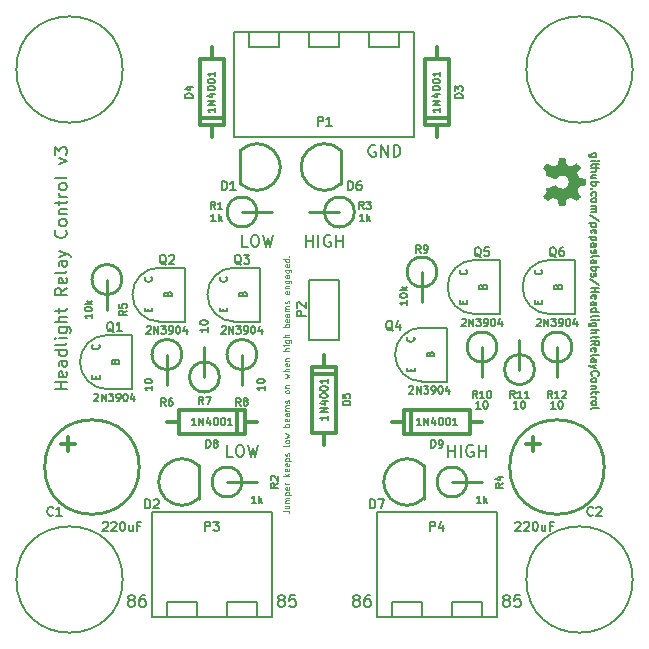
<source format=gto>
G04 (created by PCBNEW (2013-07-07 BZR 4022)-stable) date 4/1/2015 7:14:36 PM*
%MOIN*%
G04 Gerber Fmt 3.4, Leading zero omitted, Abs format*
%FSLAX34Y34*%
G01*
G70*
G90*
G04 APERTURE LIST*
%ADD10C,0.00590551*%
%ADD11C,0.008*%
%ADD12C,0.004*%
%ADD13C,0.005*%
%ADD14C,0.00787402*%
%ADD15C,0.0001*%
%ADD16C,0.01*%
%ADD17C,0.006*%
%ADD18C,0.012*%
G04 APERTURE END LIST*
G54D10*
G54D11*
X34161Y-37904D02*
X33761Y-37904D01*
X33952Y-37904D02*
X33952Y-37676D01*
X34161Y-37676D02*
X33761Y-37676D01*
X34142Y-37333D02*
X34161Y-37371D01*
X34161Y-37447D01*
X34142Y-37485D01*
X34104Y-37504D01*
X33952Y-37504D01*
X33914Y-37485D01*
X33895Y-37447D01*
X33895Y-37371D01*
X33914Y-37333D01*
X33952Y-37314D01*
X33990Y-37314D01*
X34028Y-37504D01*
X34161Y-36971D02*
X33952Y-36971D01*
X33914Y-36990D01*
X33895Y-37028D01*
X33895Y-37104D01*
X33914Y-37142D01*
X34142Y-36971D02*
X34161Y-37009D01*
X34161Y-37104D01*
X34142Y-37142D01*
X34104Y-37161D01*
X34066Y-37161D01*
X34028Y-37142D01*
X34009Y-37104D01*
X34009Y-37009D01*
X33990Y-36971D01*
X34161Y-36609D02*
X33761Y-36609D01*
X34142Y-36609D02*
X34161Y-36647D01*
X34161Y-36723D01*
X34142Y-36761D01*
X34123Y-36780D01*
X34085Y-36800D01*
X33971Y-36800D01*
X33933Y-36780D01*
X33914Y-36761D01*
X33895Y-36723D01*
X33895Y-36647D01*
X33914Y-36609D01*
X34161Y-36361D02*
X34142Y-36400D01*
X34104Y-36419D01*
X33761Y-36419D01*
X34161Y-36209D02*
X33895Y-36209D01*
X33761Y-36209D02*
X33780Y-36228D01*
X33800Y-36209D01*
X33780Y-36190D01*
X33761Y-36209D01*
X33800Y-36209D01*
X33895Y-35847D02*
X34219Y-35847D01*
X34257Y-35866D01*
X34276Y-35885D01*
X34295Y-35923D01*
X34295Y-35980D01*
X34276Y-36019D01*
X34142Y-35847D02*
X34161Y-35885D01*
X34161Y-35961D01*
X34142Y-36000D01*
X34123Y-36019D01*
X34085Y-36038D01*
X33971Y-36038D01*
X33933Y-36019D01*
X33914Y-36000D01*
X33895Y-35961D01*
X33895Y-35885D01*
X33914Y-35847D01*
X34161Y-35657D02*
X33761Y-35657D01*
X34161Y-35485D02*
X33952Y-35485D01*
X33914Y-35504D01*
X33895Y-35542D01*
X33895Y-35600D01*
X33914Y-35638D01*
X33933Y-35657D01*
X33895Y-35352D02*
X33895Y-35200D01*
X33761Y-35295D02*
X34104Y-35295D01*
X34142Y-35276D01*
X34161Y-35238D01*
X34161Y-35200D01*
X34161Y-34533D02*
X33971Y-34666D01*
X34161Y-34761D02*
X33761Y-34761D01*
X33761Y-34609D01*
X33780Y-34571D01*
X33800Y-34552D01*
X33838Y-34533D01*
X33895Y-34533D01*
X33933Y-34552D01*
X33952Y-34571D01*
X33971Y-34609D01*
X33971Y-34761D01*
X34142Y-34209D02*
X34161Y-34247D01*
X34161Y-34323D01*
X34142Y-34361D01*
X34104Y-34380D01*
X33952Y-34380D01*
X33914Y-34361D01*
X33895Y-34323D01*
X33895Y-34247D01*
X33914Y-34209D01*
X33952Y-34190D01*
X33990Y-34190D01*
X34028Y-34380D01*
X34161Y-33961D02*
X34142Y-34000D01*
X34104Y-34019D01*
X33761Y-34019D01*
X34161Y-33638D02*
X33952Y-33638D01*
X33914Y-33657D01*
X33895Y-33695D01*
X33895Y-33771D01*
X33914Y-33809D01*
X34142Y-33638D02*
X34161Y-33676D01*
X34161Y-33771D01*
X34142Y-33809D01*
X34104Y-33828D01*
X34066Y-33828D01*
X34028Y-33809D01*
X34009Y-33771D01*
X34009Y-33676D01*
X33990Y-33638D01*
X33895Y-33485D02*
X34161Y-33390D01*
X33895Y-33295D02*
X34161Y-33390D01*
X34257Y-33428D01*
X34276Y-33447D01*
X34295Y-33485D01*
X34123Y-32609D02*
X34142Y-32628D01*
X34161Y-32685D01*
X34161Y-32723D01*
X34142Y-32780D01*
X34104Y-32819D01*
X34066Y-32838D01*
X33990Y-32857D01*
X33933Y-32857D01*
X33857Y-32838D01*
X33819Y-32819D01*
X33780Y-32780D01*
X33761Y-32723D01*
X33761Y-32685D01*
X33780Y-32628D01*
X33800Y-32609D01*
X34161Y-32380D02*
X34142Y-32419D01*
X34123Y-32438D01*
X34085Y-32457D01*
X33971Y-32457D01*
X33933Y-32438D01*
X33914Y-32419D01*
X33895Y-32380D01*
X33895Y-32323D01*
X33914Y-32285D01*
X33933Y-32266D01*
X33971Y-32247D01*
X34085Y-32247D01*
X34123Y-32266D01*
X34142Y-32285D01*
X34161Y-32323D01*
X34161Y-32380D01*
X33895Y-32076D02*
X34161Y-32076D01*
X33933Y-32076D02*
X33914Y-32057D01*
X33895Y-32019D01*
X33895Y-31961D01*
X33914Y-31923D01*
X33952Y-31904D01*
X34161Y-31904D01*
X33895Y-31771D02*
X33895Y-31619D01*
X33761Y-31714D02*
X34104Y-31714D01*
X34142Y-31695D01*
X34161Y-31657D01*
X34161Y-31619D01*
X34161Y-31485D02*
X33895Y-31485D01*
X33971Y-31485D02*
X33933Y-31466D01*
X33914Y-31447D01*
X33895Y-31409D01*
X33895Y-31371D01*
X34161Y-31180D02*
X34142Y-31219D01*
X34123Y-31238D01*
X34085Y-31257D01*
X33971Y-31257D01*
X33933Y-31238D01*
X33914Y-31219D01*
X33895Y-31180D01*
X33895Y-31123D01*
X33914Y-31085D01*
X33933Y-31066D01*
X33971Y-31047D01*
X34085Y-31047D01*
X34123Y-31066D01*
X34142Y-31085D01*
X34161Y-31123D01*
X34161Y-31180D01*
X34161Y-30819D02*
X34142Y-30857D01*
X34104Y-30876D01*
X33761Y-30876D01*
X33895Y-30400D02*
X34161Y-30304D01*
X33895Y-30209D01*
X33761Y-30095D02*
X33761Y-29847D01*
X33914Y-29980D01*
X33914Y-29923D01*
X33933Y-29885D01*
X33952Y-29866D01*
X33990Y-29847D01*
X34085Y-29847D01*
X34123Y-29866D01*
X34142Y-29885D01*
X34161Y-29923D01*
X34161Y-30038D01*
X34142Y-30076D01*
X34123Y-30095D01*
G54D12*
X41380Y-41969D02*
X41523Y-41969D01*
X41552Y-41978D01*
X41571Y-41997D01*
X41580Y-42026D01*
X41580Y-42045D01*
X41447Y-41788D02*
X41580Y-41788D01*
X41447Y-41873D02*
X41552Y-41873D01*
X41571Y-41864D01*
X41580Y-41845D01*
X41580Y-41816D01*
X41571Y-41797D01*
X41561Y-41788D01*
X41580Y-41692D02*
X41447Y-41692D01*
X41466Y-41692D02*
X41457Y-41683D01*
X41447Y-41664D01*
X41447Y-41635D01*
X41457Y-41616D01*
X41476Y-41607D01*
X41580Y-41607D01*
X41476Y-41607D02*
X41457Y-41597D01*
X41447Y-41578D01*
X41447Y-41550D01*
X41457Y-41530D01*
X41476Y-41521D01*
X41580Y-41521D01*
X41447Y-41426D02*
X41647Y-41426D01*
X41457Y-41426D02*
X41447Y-41407D01*
X41447Y-41369D01*
X41457Y-41350D01*
X41466Y-41340D01*
X41485Y-41330D01*
X41542Y-41330D01*
X41561Y-41340D01*
X41571Y-41350D01*
X41580Y-41369D01*
X41580Y-41407D01*
X41571Y-41426D01*
X41571Y-41169D02*
X41580Y-41188D01*
X41580Y-41226D01*
X41571Y-41245D01*
X41552Y-41254D01*
X41476Y-41254D01*
X41457Y-41245D01*
X41447Y-41226D01*
X41447Y-41188D01*
X41457Y-41169D01*
X41476Y-41159D01*
X41495Y-41159D01*
X41514Y-41254D01*
X41580Y-41073D02*
X41447Y-41073D01*
X41485Y-41073D02*
X41466Y-41064D01*
X41457Y-41054D01*
X41447Y-41035D01*
X41447Y-41016D01*
X41580Y-40797D02*
X41380Y-40797D01*
X41504Y-40778D02*
X41580Y-40721D01*
X41447Y-40721D02*
X41523Y-40797D01*
X41571Y-40559D02*
X41580Y-40578D01*
X41580Y-40616D01*
X41571Y-40635D01*
X41552Y-40645D01*
X41476Y-40645D01*
X41457Y-40635D01*
X41447Y-40616D01*
X41447Y-40578D01*
X41457Y-40559D01*
X41476Y-40550D01*
X41495Y-40550D01*
X41514Y-40645D01*
X41571Y-40388D02*
X41580Y-40407D01*
X41580Y-40445D01*
X41571Y-40464D01*
X41552Y-40473D01*
X41476Y-40473D01*
X41457Y-40464D01*
X41447Y-40445D01*
X41447Y-40407D01*
X41457Y-40388D01*
X41476Y-40378D01*
X41495Y-40378D01*
X41514Y-40473D01*
X41447Y-40292D02*
X41647Y-40292D01*
X41457Y-40292D02*
X41447Y-40273D01*
X41447Y-40235D01*
X41457Y-40216D01*
X41466Y-40207D01*
X41485Y-40197D01*
X41542Y-40197D01*
X41561Y-40207D01*
X41571Y-40216D01*
X41580Y-40235D01*
X41580Y-40273D01*
X41571Y-40292D01*
X41571Y-40121D02*
X41580Y-40102D01*
X41580Y-40064D01*
X41571Y-40045D01*
X41552Y-40035D01*
X41542Y-40035D01*
X41523Y-40045D01*
X41514Y-40064D01*
X41514Y-40092D01*
X41504Y-40111D01*
X41485Y-40121D01*
X41476Y-40121D01*
X41457Y-40111D01*
X41447Y-40092D01*
X41447Y-40064D01*
X41457Y-40045D01*
X41580Y-39769D02*
X41571Y-39788D01*
X41552Y-39797D01*
X41380Y-39797D01*
X41580Y-39664D02*
X41571Y-39683D01*
X41561Y-39692D01*
X41542Y-39702D01*
X41485Y-39702D01*
X41466Y-39692D01*
X41457Y-39683D01*
X41447Y-39664D01*
X41447Y-39635D01*
X41457Y-39616D01*
X41466Y-39607D01*
X41485Y-39597D01*
X41542Y-39597D01*
X41561Y-39607D01*
X41571Y-39616D01*
X41580Y-39635D01*
X41580Y-39664D01*
X41447Y-39530D02*
X41580Y-39492D01*
X41485Y-39454D01*
X41580Y-39416D01*
X41447Y-39378D01*
X41580Y-39150D02*
X41380Y-39150D01*
X41457Y-39150D02*
X41447Y-39130D01*
X41447Y-39092D01*
X41457Y-39073D01*
X41466Y-39064D01*
X41485Y-39054D01*
X41542Y-39054D01*
X41561Y-39064D01*
X41571Y-39073D01*
X41580Y-39092D01*
X41580Y-39130D01*
X41571Y-39150D01*
X41571Y-38892D02*
X41580Y-38911D01*
X41580Y-38950D01*
X41571Y-38969D01*
X41552Y-38978D01*
X41476Y-38978D01*
X41457Y-38969D01*
X41447Y-38950D01*
X41447Y-38911D01*
X41457Y-38892D01*
X41476Y-38883D01*
X41495Y-38883D01*
X41514Y-38978D01*
X41580Y-38711D02*
X41476Y-38711D01*
X41457Y-38721D01*
X41447Y-38740D01*
X41447Y-38778D01*
X41457Y-38797D01*
X41571Y-38711D02*
X41580Y-38730D01*
X41580Y-38778D01*
X41571Y-38797D01*
X41552Y-38807D01*
X41533Y-38807D01*
X41514Y-38797D01*
X41504Y-38778D01*
X41504Y-38730D01*
X41495Y-38711D01*
X41580Y-38616D02*
X41447Y-38616D01*
X41466Y-38616D02*
X41457Y-38607D01*
X41447Y-38588D01*
X41447Y-38559D01*
X41457Y-38540D01*
X41476Y-38530D01*
X41580Y-38530D01*
X41476Y-38530D02*
X41457Y-38521D01*
X41447Y-38502D01*
X41447Y-38473D01*
X41457Y-38454D01*
X41476Y-38445D01*
X41580Y-38445D01*
X41571Y-38359D02*
X41580Y-38340D01*
X41580Y-38302D01*
X41571Y-38283D01*
X41552Y-38273D01*
X41542Y-38273D01*
X41523Y-38283D01*
X41514Y-38302D01*
X41514Y-38330D01*
X41504Y-38350D01*
X41485Y-38359D01*
X41476Y-38359D01*
X41457Y-38350D01*
X41447Y-38330D01*
X41447Y-38302D01*
X41457Y-38283D01*
X41580Y-38007D02*
X41571Y-38026D01*
X41561Y-38035D01*
X41542Y-38045D01*
X41485Y-38045D01*
X41466Y-38035D01*
X41457Y-38026D01*
X41447Y-38007D01*
X41447Y-37978D01*
X41457Y-37959D01*
X41466Y-37950D01*
X41485Y-37940D01*
X41542Y-37940D01*
X41561Y-37950D01*
X41571Y-37959D01*
X41580Y-37978D01*
X41580Y-38007D01*
X41447Y-37854D02*
X41580Y-37854D01*
X41466Y-37854D02*
X41457Y-37845D01*
X41447Y-37826D01*
X41447Y-37797D01*
X41457Y-37778D01*
X41476Y-37769D01*
X41580Y-37769D01*
X41447Y-37540D02*
X41580Y-37502D01*
X41485Y-37464D01*
X41580Y-37426D01*
X41447Y-37388D01*
X41580Y-37311D02*
X41380Y-37311D01*
X41580Y-37226D02*
X41476Y-37226D01*
X41457Y-37235D01*
X41447Y-37254D01*
X41447Y-37283D01*
X41457Y-37302D01*
X41466Y-37311D01*
X41571Y-37054D02*
X41580Y-37073D01*
X41580Y-37111D01*
X41571Y-37130D01*
X41552Y-37140D01*
X41476Y-37140D01*
X41457Y-37130D01*
X41447Y-37111D01*
X41447Y-37073D01*
X41457Y-37054D01*
X41476Y-37045D01*
X41495Y-37045D01*
X41514Y-37140D01*
X41447Y-36959D02*
X41580Y-36959D01*
X41466Y-36959D02*
X41457Y-36950D01*
X41447Y-36930D01*
X41447Y-36902D01*
X41457Y-36883D01*
X41476Y-36873D01*
X41580Y-36873D01*
X41580Y-36626D02*
X41380Y-36626D01*
X41580Y-36540D02*
X41476Y-36540D01*
X41457Y-36550D01*
X41447Y-36569D01*
X41447Y-36597D01*
X41457Y-36616D01*
X41466Y-36626D01*
X41580Y-36445D02*
X41447Y-36445D01*
X41380Y-36445D02*
X41390Y-36454D01*
X41400Y-36445D01*
X41390Y-36435D01*
X41380Y-36445D01*
X41400Y-36445D01*
X41447Y-36264D02*
X41609Y-36264D01*
X41628Y-36273D01*
X41638Y-36283D01*
X41647Y-36302D01*
X41647Y-36330D01*
X41638Y-36350D01*
X41571Y-36264D02*
X41580Y-36283D01*
X41580Y-36321D01*
X41571Y-36340D01*
X41561Y-36350D01*
X41542Y-36359D01*
X41485Y-36359D01*
X41466Y-36350D01*
X41457Y-36340D01*
X41447Y-36321D01*
X41447Y-36283D01*
X41457Y-36264D01*
X41580Y-36169D02*
X41380Y-36169D01*
X41580Y-36083D02*
X41476Y-36083D01*
X41457Y-36092D01*
X41447Y-36111D01*
X41447Y-36140D01*
X41457Y-36159D01*
X41466Y-36169D01*
X41580Y-35835D02*
X41380Y-35835D01*
X41457Y-35835D02*
X41447Y-35816D01*
X41447Y-35778D01*
X41457Y-35759D01*
X41466Y-35749D01*
X41485Y-35740D01*
X41542Y-35740D01*
X41561Y-35749D01*
X41571Y-35759D01*
X41580Y-35778D01*
X41580Y-35816D01*
X41571Y-35835D01*
X41571Y-35578D02*
X41580Y-35597D01*
X41580Y-35635D01*
X41571Y-35654D01*
X41552Y-35664D01*
X41476Y-35664D01*
X41457Y-35654D01*
X41447Y-35635D01*
X41447Y-35597D01*
X41457Y-35578D01*
X41476Y-35569D01*
X41495Y-35569D01*
X41514Y-35664D01*
X41580Y-35397D02*
X41476Y-35397D01*
X41457Y-35407D01*
X41447Y-35426D01*
X41447Y-35464D01*
X41457Y-35483D01*
X41571Y-35397D02*
X41580Y-35416D01*
X41580Y-35464D01*
X41571Y-35483D01*
X41552Y-35492D01*
X41533Y-35492D01*
X41514Y-35483D01*
X41504Y-35464D01*
X41504Y-35416D01*
X41495Y-35397D01*
X41580Y-35302D02*
X41447Y-35302D01*
X41466Y-35302D02*
X41457Y-35292D01*
X41447Y-35273D01*
X41447Y-35245D01*
X41457Y-35226D01*
X41476Y-35216D01*
X41580Y-35216D01*
X41476Y-35216D02*
X41457Y-35207D01*
X41447Y-35188D01*
X41447Y-35159D01*
X41457Y-35140D01*
X41476Y-35130D01*
X41580Y-35130D01*
X41571Y-35045D02*
X41580Y-35026D01*
X41580Y-34988D01*
X41571Y-34969D01*
X41552Y-34959D01*
X41542Y-34959D01*
X41523Y-34969D01*
X41514Y-34988D01*
X41514Y-35016D01*
X41504Y-35035D01*
X41485Y-35045D01*
X41476Y-35045D01*
X41457Y-35035D01*
X41447Y-35016D01*
X41447Y-34988D01*
X41457Y-34969D01*
X41571Y-34645D02*
X41580Y-34664D01*
X41580Y-34702D01*
X41571Y-34721D01*
X41552Y-34730D01*
X41476Y-34730D01*
X41457Y-34721D01*
X41447Y-34702D01*
X41447Y-34664D01*
X41457Y-34645D01*
X41476Y-34635D01*
X41495Y-34635D01*
X41514Y-34730D01*
X41447Y-34549D02*
X41580Y-34549D01*
X41466Y-34549D02*
X41457Y-34540D01*
X41447Y-34521D01*
X41447Y-34492D01*
X41457Y-34473D01*
X41476Y-34464D01*
X41580Y-34464D01*
X41447Y-34283D02*
X41609Y-34283D01*
X41628Y-34292D01*
X41638Y-34302D01*
X41647Y-34321D01*
X41647Y-34349D01*
X41638Y-34369D01*
X41571Y-34283D02*
X41580Y-34302D01*
X41580Y-34340D01*
X41571Y-34359D01*
X41561Y-34369D01*
X41542Y-34378D01*
X41485Y-34378D01*
X41466Y-34369D01*
X41457Y-34359D01*
X41447Y-34340D01*
X41447Y-34302D01*
X41457Y-34283D01*
X41580Y-34102D02*
X41476Y-34102D01*
X41457Y-34111D01*
X41447Y-34130D01*
X41447Y-34169D01*
X41457Y-34188D01*
X41571Y-34102D02*
X41580Y-34121D01*
X41580Y-34169D01*
X41571Y-34188D01*
X41552Y-34197D01*
X41533Y-34197D01*
X41514Y-34188D01*
X41504Y-34169D01*
X41504Y-34121D01*
X41495Y-34102D01*
X41447Y-33921D02*
X41609Y-33921D01*
X41628Y-33930D01*
X41638Y-33940D01*
X41647Y-33959D01*
X41647Y-33988D01*
X41638Y-34007D01*
X41571Y-33921D02*
X41580Y-33940D01*
X41580Y-33978D01*
X41571Y-33997D01*
X41561Y-34007D01*
X41542Y-34016D01*
X41485Y-34016D01*
X41466Y-34007D01*
X41457Y-33997D01*
X41447Y-33978D01*
X41447Y-33940D01*
X41457Y-33921D01*
X41571Y-33749D02*
X41580Y-33769D01*
X41580Y-33807D01*
X41571Y-33826D01*
X41552Y-33835D01*
X41476Y-33835D01*
X41457Y-33826D01*
X41447Y-33807D01*
X41447Y-33769D01*
X41457Y-33749D01*
X41476Y-33740D01*
X41495Y-33740D01*
X41514Y-33835D01*
X41580Y-33569D02*
X41380Y-33569D01*
X41571Y-33569D02*
X41580Y-33588D01*
X41580Y-33626D01*
X41571Y-33645D01*
X41561Y-33654D01*
X41542Y-33664D01*
X41485Y-33664D01*
X41466Y-33654D01*
X41457Y-33645D01*
X41447Y-33626D01*
X41447Y-33588D01*
X41457Y-33569D01*
X41561Y-33473D02*
X41571Y-33464D01*
X41580Y-33473D01*
X41571Y-33483D01*
X41561Y-33473D01*
X41580Y-33473D01*
G54D13*
X51815Y-30166D02*
X51613Y-30166D01*
X51589Y-30154D01*
X51577Y-30142D01*
X51565Y-30119D01*
X51565Y-30083D01*
X51577Y-30059D01*
X51660Y-30166D02*
X51648Y-30142D01*
X51648Y-30095D01*
X51660Y-30071D01*
X51672Y-30059D01*
X51696Y-30047D01*
X51767Y-30047D01*
X51791Y-30059D01*
X51803Y-30071D01*
X51815Y-30095D01*
X51815Y-30142D01*
X51803Y-30166D01*
X51648Y-30285D02*
X51815Y-30285D01*
X51898Y-30285D02*
X51886Y-30273D01*
X51875Y-30285D01*
X51886Y-30297D01*
X51898Y-30285D01*
X51875Y-30285D01*
X51815Y-30369D02*
X51815Y-30464D01*
X51898Y-30404D02*
X51684Y-30404D01*
X51660Y-30416D01*
X51648Y-30440D01*
X51648Y-30464D01*
X51648Y-30547D02*
X51898Y-30547D01*
X51648Y-30654D02*
X51779Y-30654D01*
X51803Y-30642D01*
X51815Y-30619D01*
X51815Y-30583D01*
X51803Y-30559D01*
X51791Y-30547D01*
X51815Y-30880D02*
X51648Y-30880D01*
X51815Y-30773D02*
X51684Y-30773D01*
X51660Y-30785D01*
X51648Y-30809D01*
X51648Y-30845D01*
X51660Y-30869D01*
X51672Y-30880D01*
X51648Y-31000D02*
X51898Y-31000D01*
X51803Y-31000D02*
X51815Y-31023D01*
X51815Y-31071D01*
X51803Y-31095D01*
X51791Y-31107D01*
X51767Y-31119D01*
X51696Y-31119D01*
X51672Y-31107D01*
X51660Y-31095D01*
X51648Y-31071D01*
X51648Y-31023D01*
X51660Y-31000D01*
X51672Y-31226D02*
X51660Y-31238D01*
X51648Y-31226D01*
X51660Y-31214D01*
X51672Y-31226D01*
X51648Y-31226D01*
X51660Y-31452D02*
X51648Y-31428D01*
X51648Y-31380D01*
X51660Y-31357D01*
X51672Y-31345D01*
X51696Y-31333D01*
X51767Y-31333D01*
X51791Y-31345D01*
X51803Y-31357D01*
X51815Y-31380D01*
X51815Y-31428D01*
X51803Y-31452D01*
X51648Y-31595D02*
X51660Y-31571D01*
X51672Y-31559D01*
X51696Y-31547D01*
X51767Y-31547D01*
X51791Y-31559D01*
X51803Y-31571D01*
X51815Y-31595D01*
X51815Y-31630D01*
X51803Y-31654D01*
X51791Y-31666D01*
X51767Y-31678D01*
X51696Y-31678D01*
X51672Y-31666D01*
X51660Y-31654D01*
X51648Y-31630D01*
X51648Y-31595D01*
X51648Y-31785D02*
X51815Y-31785D01*
X51791Y-31785D02*
X51803Y-31797D01*
X51815Y-31821D01*
X51815Y-31857D01*
X51803Y-31880D01*
X51779Y-31892D01*
X51648Y-31892D01*
X51779Y-31892D02*
X51803Y-31904D01*
X51815Y-31928D01*
X51815Y-31964D01*
X51803Y-31988D01*
X51779Y-32000D01*
X51648Y-32000D01*
X51910Y-32297D02*
X51589Y-32083D01*
X51815Y-32380D02*
X51565Y-32380D01*
X51803Y-32380D02*
X51815Y-32404D01*
X51815Y-32452D01*
X51803Y-32476D01*
X51791Y-32488D01*
X51767Y-32500D01*
X51696Y-32500D01*
X51672Y-32488D01*
X51660Y-32476D01*
X51648Y-32452D01*
X51648Y-32404D01*
X51660Y-32380D01*
X51660Y-32702D02*
X51648Y-32678D01*
X51648Y-32630D01*
X51660Y-32607D01*
X51684Y-32595D01*
X51779Y-32595D01*
X51803Y-32607D01*
X51815Y-32630D01*
X51815Y-32678D01*
X51803Y-32702D01*
X51779Y-32714D01*
X51755Y-32714D01*
X51732Y-32595D01*
X51815Y-32821D02*
X51565Y-32821D01*
X51803Y-32821D02*
X51815Y-32845D01*
X51815Y-32892D01*
X51803Y-32916D01*
X51791Y-32928D01*
X51767Y-32940D01*
X51696Y-32940D01*
X51672Y-32928D01*
X51660Y-32916D01*
X51648Y-32892D01*
X51648Y-32845D01*
X51660Y-32821D01*
X51648Y-33154D02*
X51779Y-33154D01*
X51803Y-33142D01*
X51815Y-33119D01*
X51815Y-33071D01*
X51803Y-33047D01*
X51660Y-33154D02*
X51648Y-33130D01*
X51648Y-33071D01*
X51660Y-33047D01*
X51684Y-33035D01*
X51708Y-33035D01*
X51732Y-33047D01*
X51744Y-33071D01*
X51744Y-33130D01*
X51755Y-33154D01*
X51660Y-33261D02*
X51648Y-33285D01*
X51648Y-33333D01*
X51660Y-33357D01*
X51684Y-33369D01*
X51696Y-33369D01*
X51720Y-33357D01*
X51732Y-33333D01*
X51732Y-33297D01*
X51744Y-33273D01*
X51767Y-33261D01*
X51779Y-33261D01*
X51803Y-33273D01*
X51815Y-33297D01*
X51815Y-33333D01*
X51803Y-33357D01*
X51648Y-33511D02*
X51660Y-33488D01*
X51684Y-33476D01*
X51898Y-33476D01*
X51648Y-33714D02*
X51779Y-33714D01*
X51803Y-33702D01*
X51815Y-33678D01*
X51815Y-33630D01*
X51803Y-33607D01*
X51660Y-33714D02*
X51648Y-33690D01*
X51648Y-33630D01*
X51660Y-33607D01*
X51684Y-33595D01*
X51708Y-33595D01*
X51732Y-33607D01*
X51744Y-33630D01*
X51744Y-33690D01*
X51755Y-33714D01*
X51648Y-33833D02*
X51898Y-33833D01*
X51803Y-33833D02*
X51815Y-33857D01*
X51815Y-33904D01*
X51803Y-33928D01*
X51791Y-33940D01*
X51767Y-33952D01*
X51696Y-33952D01*
X51672Y-33940D01*
X51660Y-33928D01*
X51648Y-33904D01*
X51648Y-33857D01*
X51660Y-33833D01*
X51660Y-34047D02*
X51648Y-34071D01*
X51648Y-34119D01*
X51660Y-34142D01*
X51684Y-34154D01*
X51696Y-34154D01*
X51720Y-34142D01*
X51732Y-34119D01*
X51732Y-34083D01*
X51744Y-34059D01*
X51767Y-34047D01*
X51779Y-34047D01*
X51803Y-34059D01*
X51815Y-34083D01*
X51815Y-34119D01*
X51803Y-34142D01*
X51910Y-34440D02*
X51589Y-34226D01*
X51648Y-34523D02*
X51898Y-34523D01*
X51779Y-34523D02*
X51779Y-34666D01*
X51648Y-34666D02*
X51898Y-34666D01*
X51660Y-34880D02*
X51648Y-34857D01*
X51648Y-34809D01*
X51660Y-34785D01*
X51684Y-34773D01*
X51779Y-34773D01*
X51803Y-34785D01*
X51815Y-34809D01*
X51815Y-34857D01*
X51803Y-34880D01*
X51779Y-34892D01*
X51755Y-34892D01*
X51732Y-34773D01*
X51648Y-35107D02*
X51779Y-35107D01*
X51803Y-35095D01*
X51815Y-35071D01*
X51815Y-35023D01*
X51803Y-35000D01*
X51660Y-35107D02*
X51648Y-35083D01*
X51648Y-35023D01*
X51660Y-35000D01*
X51684Y-34988D01*
X51708Y-34988D01*
X51732Y-35000D01*
X51744Y-35023D01*
X51744Y-35083D01*
X51755Y-35107D01*
X51648Y-35333D02*
X51898Y-35333D01*
X51660Y-35333D02*
X51648Y-35309D01*
X51648Y-35261D01*
X51660Y-35238D01*
X51672Y-35226D01*
X51696Y-35214D01*
X51767Y-35214D01*
X51791Y-35226D01*
X51803Y-35238D01*
X51815Y-35261D01*
X51815Y-35309D01*
X51803Y-35333D01*
X51648Y-35488D02*
X51660Y-35464D01*
X51684Y-35452D01*
X51898Y-35452D01*
X51648Y-35583D02*
X51815Y-35583D01*
X51898Y-35583D02*
X51886Y-35571D01*
X51875Y-35583D01*
X51886Y-35595D01*
X51898Y-35583D01*
X51875Y-35583D01*
X51815Y-35809D02*
X51613Y-35809D01*
X51589Y-35797D01*
X51577Y-35785D01*
X51565Y-35761D01*
X51565Y-35726D01*
X51577Y-35702D01*
X51660Y-35809D02*
X51648Y-35785D01*
X51648Y-35738D01*
X51660Y-35714D01*
X51672Y-35702D01*
X51696Y-35690D01*
X51767Y-35690D01*
X51791Y-35702D01*
X51803Y-35714D01*
X51815Y-35738D01*
X51815Y-35785D01*
X51803Y-35809D01*
X51648Y-35928D02*
X51898Y-35928D01*
X51648Y-36035D02*
X51779Y-36035D01*
X51803Y-36023D01*
X51815Y-36000D01*
X51815Y-35964D01*
X51803Y-35940D01*
X51791Y-35928D01*
X51815Y-36119D02*
X51815Y-36214D01*
X51898Y-36154D02*
X51684Y-36154D01*
X51660Y-36166D01*
X51648Y-36190D01*
X51648Y-36214D01*
X51648Y-36440D02*
X51767Y-36357D01*
X51648Y-36297D02*
X51898Y-36297D01*
X51898Y-36392D01*
X51886Y-36416D01*
X51875Y-36428D01*
X51851Y-36440D01*
X51815Y-36440D01*
X51791Y-36428D01*
X51779Y-36416D01*
X51767Y-36392D01*
X51767Y-36297D01*
X51660Y-36642D02*
X51648Y-36619D01*
X51648Y-36571D01*
X51660Y-36547D01*
X51684Y-36535D01*
X51779Y-36535D01*
X51803Y-36547D01*
X51815Y-36571D01*
X51815Y-36619D01*
X51803Y-36642D01*
X51779Y-36654D01*
X51755Y-36654D01*
X51732Y-36535D01*
X51648Y-36797D02*
X51660Y-36773D01*
X51684Y-36761D01*
X51898Y-36761D01*
X51648Y-37000D02*
X51779Y-37000D01*
X51803Y-36988D01*
X51815Y-36964D01*
X51815Y-36916D01*
X51803Y-36892D01*
X51660Y-37000D02*
X51648Y-36976D01*
X51648Y-36916D01*
X51660Y-36892D01*
X51684Y-36880D01*
X51708Y-36880D01*
X51732Y-36892D01*
X51744Y-36916D01*
X51744Y-36976D01*
X51755Y-37000D01*
X51815Y-37095D02*
X51648Y-37154D01*
X51815Y-37214D02*
X51648Y-37154D01*
X51589Y-37130D01*
X51577Y-37119D01*
X51565Y-37095D01*
X51672Y-37452D02*
X51660Y-37440D01*
X51648Y-37404D01*
X51648Y-37380D01*
X51660Y-37345D01*
X51684Y-37321D01*
X51708Y-37309D01*
X51755Y-37297D01*
X51791Y-37297D01*
X51839Y-37309D01*
X51863Y-37321D01*
X51886Y-37345D01*
X51898Y-37380D01*
X51898Y-37404D01*
X51886Y-37440D01*
X51875Y-37452D01*
X51648Y-37595D02*
X51660Y-37571D01*
X51672Y-37559D01*
X51696Y-37547D01*
X51767Y-37547D01*
X51791Y-37559D01*
X51803Y-37571D01*
X51815Y-37595D01*
X51815Y-37630D01*
X51803Y-37654D01*
X51791Y-37666D01*
X51767Y-37678D01*
X51696Y-37678D01*
X51672Y-37666D01*
X51660Y-37654D01*
X51648Y-37630D01*
X51648Y-37595D01*
X51815Y-37785D02*
X51648Y-37785D01*
X51791Y-37785D02*
X51803Y-37797D01*
X51815Y-37821D01*
X51815Y-37857D01*
X51803Y-37880D01*
X51779Y-37892D01*
X51648Y-37892D01*
X51815Y-37976D02*
X51815Y-38071D01*
X51898Y-38011D02*
X51684Y-38011D01*
X51660Y-38023D01*
X51648Y-38047D01*
X51648Y-38071D01*
X51648Y-38154D02*
X51815Y-38154D01*
X51767Y-38154D02*
X51791Y-38166D01*
X51803Y-38178D01*
X51815Y-38202D01*
X51815Y-38226D01*
X51648Y-38345D02*
X51660Y-38321D01*
X51672Y-38309D01*
X51696Y-38297D01*
X51767Y-38297D01*
X51791Y-38309D01*
X51803Y-38321D01*
X51815Y-38345D01*
X51815Y-38380D01*
X51803Y-38404D01*
X51791Y-38416D01*
X51767Y-38428D01*
X51696Y-38428D01*
X51672Y-38416D01*
X51660Y-38404D01*
X51648Y-38380D01*
X51648Y-38345D01*
X51648Y-38571D02*
X51660Y-38547D01*
X51684Y-38535D01*
X51898Y-38535D01*
G54D14*
X48775Y-44934D02*
X48737Y-44915D01*
X48718Y-44896D01*
X48700Y-44859D01*
X48700Y-44840D01*
X48718Y-44803D01*
X48737Y-44784D01*
X48775Y-44765D01*
X48850Y-44765D01*
X48887Y-44784D01*
X48906Y-44803D01*
X48925Y-44840D01*
X48925Y-44859D01*
X48906Y-44896D01*
X48887Y-44915D01*
X48850Y-44934D01*
X48775Y-44934D01*
X48737Y-44953D01*
X48718Y-44971D01*
X48700Y-45009D01*
X48700Y-45084D01*
X48718Y-45121D01*
X48737Y-45140D01*
X48775Y-45159D01*
X48850Y-45159D01*
X48887Y-45140D01*
X48906Y-45121D01*
X48925Y-45084D01*
X48925Y-45009D01*
X48906Y-44971D01*
X48887Y-44953D01*
X48850Y-44934D01*
X49281Y-44765D02*
X49093Y-44765D01*
X49074Y-44953D01*
X49093Y-44934D01*
X49131Y-44915D01*
X49224Y-44915D01*
X49262Y-44934D01*
X49281Y-44953D01*
X49299Y-44990D01*
X49299Y-45084D01*
X49281Y-45121D01*
X49262Y-45140D01*
X49224Y-45159D01*
X49131Y-45159D01*
X49093Y-45140D01*
X49074Y-45121D01*
X43775Y-44934D02*
X43737Y-44915D01*
X43718Y-44896D01*
X43700Y-44859D01*
X43700Y-44840D01*
X43718Y-44803D01*
X43737Y-44784D01*
X43775Y-44765D01*
X43850Y-44765D01*
X43887Y-44784D01*
X43906Y-44803D01*
X43925Y-44840D01*
X43925Y-44859D01*
X43906Y-44896D01*
X43887Y-44915D01*
X43850Y-44934D01*
X43775Y-44934D01*
X43737Y-44953D01*
X43718Y-44971D01*
X43700Y-45009D01*
X43700Y-45084D01*
X43718Y-45121D01*
X43737Y-45140D01*
X43775Y-45159D01*
X43850Y-45159D01*
X43887Y-45140D01*
X43906Y-45121D01*
X43925Y-45084D01*
X43925Y-45009D01*
X43906Y-44971D01*
X43887Y-44953D01*
X43850Y-44934D01*
X44262Y-44765D02*
X44187Y-44765D01*
X44149Y-44784D01*
X44131Y-44803D01*
X44093Y-44859D01*
X44074Y-44934D01*
X44074Y-45084D01*
X44093Y-45121D01*
X44112Y-45140D01*
X44149Y-45159D01*
X44224Y-45159D01*
X44262Y-45140D01*
X44281Y-45121D01*
X44299Y-45084D01*
X44299Y-44990D01*
X44281Y-44953D01*
X44262Y-44934D01*
X44224Y-44915D01*
X44149Y-44915D01*
X44112Y-44934D01*
X44093Y-44953D01*
X44074Y-44990D01*
X36275Y-44934D02*
X36237Y-44915D01*
X36218Y-44896D01*
X36200Y-44859D01*
X36200Y-44840D01*
X36218Y-44803D01*
X36237Y-44784D01*
X36275Y-44765D01*
X36350Y-44765D01*
X36387Y-44784D01*
X36406Y-44803D01*
X36425Y-44840D01*
X36425Y-44859D01*
X36406Y-44896D01*
X36387Y-44915D01*
X36350Y-44934D01*
X36275Y-44934D01*
X36237Y-44953D01*
X36218Y-44971D01*
X36200Y-45009D01*
X36200Y-45084D01*
X36218Y-45121D01*
X36237Y-45140D01*
X36275Y-45159D01*
X36350Y-45159D01*
X36387Y-45140D01*
X36406Y-45121D01*
X36425Y-45084D01*
X36425Y-45009D01*
X36406Y-44971D01*
X36387Y-44953D01*
X36350Y-44934D01*
X36762Y-44765D02*
X36687Y-44765D01*
X36649Y-44784D01*
X36631Y-44803D01*
X36593Y-44859D01*
X36574Y-44934D01*
X36574Y-45084D01*
X36593Y-45121D01*
X36612Y-45140D01*
X36649Y-45159D01*
X36724Y-45159D01*
X36762Y-45140D01*
X36781Y-45121D01*
X36799Y-45084D01*
X36799Y-44990D01*
X36781Y-44953D01*
X36762Y-44934D01*
X36724Y-44915D01*
X36649Y-44915D01*
X36612Y-44934D01*
X36593Y-44953D01*
X36574Y-44990D01*
X41275Y-44934D02*
X41237Y-44915D01*
X41218Y-44896D01*
X41200Y-44859D01*
X41200Y-44840D01*
X41218Y-44803D01*
X41237Y-44784D01*
X41275Y-44765D01*
X41350Y-44765D01*
X41387Y-44784D01*
X41406Y-44803D01*
X41425Y-44840D01*
X41425Y-44859D01*
X41406Y-44896D01*
X41387Y-44915D01*
X41350Y-44934D01*
X41275Y-44934D01*
X41237Y-44953D01*
X41218Y-44971D01*
X41200Y-45009D01*
X41200Y-45084D01*
X41218Y-45121D01*
X41237Y-45140D01*
X41275Y-45159D01*
X41350Y-45159D01*
X41387Y-45140D01*
X41406Y-45121D01*
X41425Y-45084D01*
X41425Y-45009D01*
X41406Y-44971D01*
X41387Y-44953D01*
X41350Y-44934D01*
X41781Y-44765D02*
X41593Y-44765D01*
X41574Y-44953D01*
X41593Y-44934D01*
X41631Y-44915D01*
X41724Y-44915D01*
X41762Y-44934D01*
X41781Y-44953D01*
X41799Y-44990D01*
X41799Y-45084D01*
X41781Y-45121D01*
X41762Y-45140D01*
X41724Y-45159D01*
X41631Y-45159D01*
X41593Y-45140D01*
X41574Y-45121D01*
G54D11*
X44445Y-29780D02*
X44407Y-29761D01*
X44350Y-29761D01*
X44292Y-29780D01*
X44254Y-29819D01*
X44235Y-29857D01*
X44216Y-29933D01*
X44216Y-29990D01*
X44235Y-30066D01*
X44254Y-30104D01*
X44292Y-30142D01*
X44350Y-30161D01*
X44388Y-30161D01*
X44445Y-30142D01*
X44464Y-30123D01*
X44464Y-29990D01*
X44388Y-29990D01*
X44635Y-30161D02*
X44635Y-29761D01*
X44864Y-30161D01*
X44864Y-29761D01*
X45054Y-30161D02*
X45054Y-29761D01*
X45150Y-29761D01*
X45207Y-29780D01*
X45245Y-29819D01*
X45264Y-29857D01*
X45283Y-29933D01*
X45283Y-29990D01*
X45264Y-30066D01*
X45245Y-30104D01*
X45207Y-30142D01*
X45150Y-30161D01*
X45054Y-30161D01*
X46880Y-40161D02*
X46880Y-39761D01*
X46880Y-39952D02*
X47109Y-39952D01*
X47109Y-40161D02*
X47109Y-39761D01*
X47300Y-40161D02*
X47300Y-39761D01*
X47700Y-39780D02*
X47661Y-39761D01*
X47604Y-39761D01*
X47547Y-39780D01*
X47509Y-39819D01*
X47490Y-39857D01*
X47471Y-39933D01*
X47471Y-39990D01*
X47490Y-40066D01*
X47509Y-40104D01*
X47547Y-40142D01*
X47604Y-40161D01*
X47642Y-40161D01*
X47700Y-40142D01*
X47719Y-40123D01*
X47719Y-39990D01*
X47642Y-39990D01*
X47890Y-40161D02*
X47890Y-39761D01*
X47890Y-39952D02*
X48119Y-39952D01*
X48119Y-40161D02*
X48119Y-39761D01*
X39685Y-40161D02*
X39495Y-40161D01*
X39495Y-39761D01*
X39895Y-39761D02*
X39971Y-39761D01*
X40009Y-39780D01*
X40047Y-39819D01*
X40066Y-39895D01*
X40066Y-40028D01*
X40047Y-40104D01*
X40009Y-40142D01*
X39971Y-40161D01*
X39895Y-40161D01*
X39857Y-40142D01*
X39819Y-40104D01*
X39800Y-40028D01*
X39800Y-39895D01*
X39819Y-39819D01*
X39857Y-39780D01*
X39895Y-39761D01*
X40200Y-39761D02*
X40295Y-40161D01*
X40371Y-39876D01*
X40447Y-40161D01*
X40542Y-39761D01*
X42130Y-33161D02*
X42130Y-32761D01*
X42130Y-32952D02*
X42359Y-32952D01*
X42359Y-33161D02*
X42359Y-32761D01*
X42550Y-33161D02*
X42550Y-32761D01*
X42950Y-32780D02*
X42911Y-32761D01*
X42854Y-32761D01*
X42797Y-32780D01*
X42759Y-32819D01*
X42740Y-32857D01*
X42721Y-32933D01*
X42721Y-32990D01*
X42740Y-33066D01*
X42759Y-33104D01*
X42797Y-33142D01*
X42854Y-33161D01*
X42892Y-33161D01*
X42950Y-33142D01*
X42969Y-33123D01*
X42969Y-32990D01*
X42892Y-32990D01*
X43140Y-33161D02*
X43140Y-32761D01*
X43140Y-32952D02*
X43369Y-32952D01*
X43369Y-33161D02*
X43369Y-32761D01*
X40185Y-33161D02*
X39995Y-33161D01*
X39995Y-32761D01*
X40395Y-32761D02*
X40471Y-32761D01*
X40509Y-32780D01*
X40547Y-32819D01*
X40566Y-32895D01*
X40566Y-33028D01*
X40547Y-33104D01*
X40509Y-33142D01*
X40471Y-33161D01*
X40395Y-33161D01*
X40357Y-33142D01*
X40319Y-33104D01*
X40300Y-33028D01*
X40300Y-32895D01*
X40319Y-32819D01*
X40357Y-32780D01*
X40395Y-32761D01*
X40700Y-32761D02*
X40795Y-33161D01*
X40871Y-32876D01*
X40947Y-33161D01*
X41042Y-32761D01*
G54D15*
G36*
X50043Y-30523D02*
X50047Y-30531D01*
X50059Y-30550D01*
X50076Y-30576D01*
X50097Y-30607D01*
X50118Y-30638D01*
X50135Y-30664D01*
X50147Y-30682D01*
X50151Y-30689D01*
X50150Y-30693D01*
X50142Y-30708D01*
X50131Y-30730D01*
X50125Y-30742D01*
X50116Y-30762D01*
X50114Y-30772D01*
X50117Y-30773D01*
X50132Y-30781D01*
X50158Y-30792D01*
X50192Y-30807D01*
X50232Y-30824D01*
X50275Y-30842D01*
X50319Y-30860D01*
X50361Y-30878D01*
X50399Y-30893D01*
X50429Y-30906D01*
X50451Y-30914D01*
X50460Y-30917D01*
X50462Y-30916D01*
X50471Y-30906D01*
X50484Y-30889D01*
X50515Y-30851D01*
X50561Y-30815D01*
X50613Y-30792D01*
X50671Y-30785D01*
X50724Y-30791D01*
X50775Y-30812D01*
X50822Y-30848D01*
X50856Y-30892D01*
X50878Y-30943D01*
X50885Y-31000D01*
X50879Y-31055D01*
X50858Y-31107D01*
X50823Y-31154D01*
X50800Y-31173D01*
X50753Y-31200D01*
X50703Y-31216D01*
X50691Y-31217D01*
X50635Y-31215D01*
X50582Y-31199D01*
X50535Y-31170D01*
X50496Y-31129D01*
X50492Y-31124D01*
X50478Y-31105D01*
X50469Y-31093D01*
X50461Y-31083D01*
X50291Y-31153D01*
X50264Y-31164D01*
X50218Y-31184D01*
X50178Y-31201D01*
X50146Y-31214D01*
X50125Y-31224D01*
X50116Y-31228D01*
X50116Y-31228D01*
X50115Y-31234D01*
X50120Y-31247D01*
X50131Y-31271D01*
X50139Y-31287D01*
X50148Y-31305D01*
X50151Y-31313D01*
X50147Y-31320D01*
X50136Y-31337D01*
X50119Y-31362D01*
X50099Y-31392D01*
X50079Y-31421D01*
X50061Y-31448D01*
X50049Y-31467D01*
X50044Y-31477D01*
X50044Y-31478D01*
X50049Y-31486D01*
X50061Y-31502D01*
X50083Y-31525D01*
X50115Y-31557D01*
X50120Y-31562D01*
X50148Y-31589D01*
X50171Y-31611D01*
X50187Y-31626D01*
X50194Y-31631D01*
X50194Y-31631D01*
X50204Y-31626D01*
X50223Y-31614D01*
X50250Y-31596D01*
X50281Y-31575D01*
X50363Y-31519D01*
X50440Y-31550D01*
X50463Y-31559D01*
X50492Y-31571D01*
X50512Y-31580D01*
X50521Y-31585D01*
X50524Y-31593D01*
X50529Y-31614D01*
X50536Y-31645D01*
X50542Y-31681D01*
X50549Y-31716D01*
X50555Y-31747D01*
X50559Y-31770D01*
X50561Y-31780D01*
X50563Y-31782D01*
X50568Y-31784D01*
X50578Y-31786D01*
X50597Y-31786D01*
X50627Y-31787D01*
X50671Y-31787D01*
X50675Y-31787D01*
X50717Y-31786D01*
X50750Y-31786D01*
X50771Y-31785D01*
X50779Y-31783D01*
X50779Y-31783D01*
X50782Y-31773D01*
X50786Y-31751D01*
X50793Y-31720D01*
X50800Y-31682D01*
X50800Y-31680D01*
X50807Y-31643D01*
X50814Y-31612D01*
X50819Y-31590D01*
X50822Y-31581D01*
X50824Y-31579D01*
X50839Y-31571D01*
X50862Y-31560D01*
X50890Y-31548D01*
X50919Y-31536D01*
X50946Y-31525D01*
X50965Y-31518D01*
X50974Y-31516D01*
X50974Y-31516D01*
X50983Y-31522D01*
X51003Y-31535D01*
X51029Y-31553D01*
X51061Y-31575D01*
X51064Y-31576D01*
X51095Y-31598D01*
X51122Y-31615D01*
X51141Y-31627D01*
X51149Y-31631D01*
X51150Y-31631D01*
X51159Y-31624D01*
X51177Y-31608D01*
X51201Y-31585D01*
X51229Y-31557D01*
X51237Y-31548D01*
X51267Y-31518D01*
X51287Y-31497D01*
X51297Y-31483D01*
X51300Y-31477D01*
X51299Y-31477D01*
X51294Y-31467D01*
X51281Y-31447D01*
X51262Y-31420D01*
X51241Y-31388D01*
X51239Y-31386D01*
X51218Y-31355D01*
X51200Y-31329D01*
X51188Y-31310D01*
X51183Y-31302D01*
X51183Y-31300D01*
X51187Y-31288D01*
X51194Y-31265D01*
X51205Y-31238D01*
X51217Y-31209D01*
X51228Y-31182D01*
X51237Y-31162D01*
X51242Y-31153D01*
X51243Y-31153D01*
X51254Y-31149D01*
X51278Y-31144D01*
X51310Y-31137D01*
X51349Y-31130D01*
X51355Y-31129D01*
X51392Y-31122D01*
X51423Y-31116D01*
X51445Y-31111D01*
X51454Y-31109D01*
X51455Y-31104D01*
X51456Y-31085D01*
X51457Y-31057D01*
X51457Y-31023D01*
X51457Y-30988D01*
X51456Y-30954D01*
X51455Y-30924D01*
X51454Y-30903D01*
X51452Y-30894D01*
X51451Y-30893D01*
X51440Y-30890D01*
X51416Y-30885D01*
X51384Y-30878D01*
X51345Y-30871D01*
X51338Y-30870D01*
X51301Y-30863D01*
X51270Y-30856D01*
X51249Y-30852D01*
X51241Y-30849D01*
X51239Y-30846D01*
X51232Y-30831D01*
X51222Y-30806D01*
X51209Y-30774D01*
X51180Y-30702D01*
X51241Y-30614D01*
X51246Y-30606D01*
X51268Y-30574D01*
X51285Y-30548D01*
X51297Y-30530D01*
X51301Y-30522D01*
X51301Y-30522D01*
X51293Y-30513D01*
X51277Y-30495D01*
X51253Y-30471D01*
X51226Y-30444D01*
X51205Y-30423D01*
X51180Y-30399D01*
X51164Y-30383D01*
X51153Y-30375D01*
X51146Y-30372D01*
X51142Y-30373D01*
X51133Y-30378D01*
X51114Y-30391D01*
X51087Y-30409D01*
X51056Y-30431D01*
X51029Y-30449D01*
X51000Y-30468D01*
X50979Y-30480D01*
X50968Y-30485D01*
X50964Y-30484D01*
X50947Y-30477D01*
X50920Y-30467D01*
X50889Y-30454D01*
X50819Y-30423D01*
X50811Y-30377D01*
X50805Y-30349D01*
X50798Y-30310D01*
X50791Y-30273D01*
X50779Y-30215D01*
X50567Y-30213D01*
X50563Y-30222D01*
X50560Y-30231D01*
X50556Y-30252D01*
X50550Y-30283D01*
X50543Y-30319D01*
X50537Y-30350D01*
X50531Y-30381D01*
X50527Y-30403D01*
X50525Y-30413D01*
X50521Y-30416D01*
X50506Y-30424D01*
X50482Y-30435D01*
X50453Y-30447D01*
X50424Y-30459D01*
X50396Y-30470D01*
X50375Y-30478D01*
X50364Y-30481D01*
X50356Y-30477D01*
X50338Y-30465D01*
X50312Y-30448D01*
X50281Y-30427D01*
X50250Y-30405D01*
X50223Y-30388D01*
X50204Y-30375D01*
X50196Y-30370D01*
X50190Y-30373D01*
X50175Y-30385D01*
X50151Y-30408D01*
X50116Y-30443D01*
X50111Y-30449D01*
X50084Y-30476D01*
X50063Y-30500D01*
X50048Y-30516D01*
X50043Y-30523D01*
X50043Y-30523D01*
G37*
G54D10*
X46000Y-37650D02*
X46850Y-37650D01*
X46850Y-37650D02*
X46850Y-35850D01*
X46850Y-35850D02*
X46000Y-35850D01*
X46000Y-35850D02*
G75*
G03X45100Y-36750I0J-900D01*
G74*
G01*
X45100Y-36750D02*
G75*
G03X46000Y-37650I900J0D01*
G74*
G01*
X47750Y-35400D02*
X48600Y-35400D01*
X48600Y-35400D02*
X48600Y-33600D01*
X48600Y-33600D02*
X47750Y-33600D01*
X47750Y-33600D02*
G75*
G03X46850Y-34500I0J-900D01*
G74*
G01*
X46850Y-34500D02*
G75*
G03X47750Y-35400I900J0D01*
G74*
G01*
X50250Y-35400D02*
X51100Y-35400D01*
X51100Y-35400D02*
X51100Y-33600D01*
X51100Y-33600D02*
X50250Y-33600D01*
X50250Y-33600D02*
G75*
G03X49350Y-34500I0J-900D01*
G74*
G01*
X49350Y-34500D02*
G75*
G03X50250Y-35400I900J0D01*
G74*
G01*
X35500Y-37900D02*
X36350Y-37900D01*
X36350Y-37900D02*
X36350Y-36100D01*
X36350Y-36100D02*
X35500Y-36100D01*
X35500Y-36100D02*
G75*
G03X34600Y-37000I0J-900D01*
G74*
G01*
X34600Y-37000D02*
G75*
G03X35500Y-37900I900J0D01*
G74*
G01*
X37250Y-35650D02*
X38100Y-35650D01*
X38100Y-35650D02*
X38100Y-33850D01*
X38100Y-33850D02*
X37250Y-33850D01*
X37250Y-33850D02*
G75*
G03X36350Y-34750I0J-900D01*
G74*
G01*
X36350Y-34750D02*
G75*
G03X37250Y-35650I900J0D01*
G74*
G01*
X39750Y-35650D02*
X40600Y-35650D01*
X40600Y-35650D02*
X40600Y-33850D01*
X40600Y-33850D02*
X39750Y-33850D01*
X39750Y-33850D02*
G75*
G03X38850Y-34750I0J-900D01*
G74*
G01*
X38850Y-34750D02*
G75*
G03X39750Y-35650I900J0D01*
G74*
G01*
G54D16*
X43750Y-32000D02*
G75*
G03X43750Y-32000I-500J0D01*
G74*
G01*
X43250Y-32000D02*
X42250Y-32000D01*
X39250Y-37500D02*
G75*
G03X39250Y-37500I-500J0D01*
G74*
G01*
X38750Y-37500D02*
X38750Y-36500D01*
X36000Y-34250D02*
G75*
G03X36000Y-34250I-500J0D01*
G74*
G01*
X35500Y-34250D02*
X35500Y-35250D01*
X38000Y-36750D02*
G75*
G03X38000Y-36750I-500J0D01*
G74*
G01*
X37500Y-36750D02*
X37500Y-37750D01*
X40500Y-36750D02*
G75*
G03X40500Y-36750I-500J0D01*
G74*
G01*
X40000Y-36750D02*
X40000Y-37750D01*
X49750Y-37250D02*
G75*
G03X49750Y-37250I-500J0D01*
G74*
G01*
X49250Y-37250D02*
X49250Y-36250D01*
X40500Y-32000D02*
G75*
G03X40500Y-32000I-500J0D01*
G74*
G01*
X40000Y-32000D02*
X41000Y-32000D01*
X46500Y-34000D02*
G75*
G03X46500Y-34000I-500J0D01*
G74*
G01*
X46000Y-34000D02*
X46000Y-35000D01*
X47500Y-41000D02*
G75*
G03X47500Y-41000I-500J0D01*
G74*
G01*
X47000Y-41000D02*
X48000Y-41000D01*
X48500Y-36500D02*
G75*
G03X48500Y-36500I-500J0D01*
G74*
G01*
X48000Y-36500D02*
X48000Y-37500D01*
X40000Y-41000D02*
G75*
G03X40000Y-41000I-500J0D01*
G74*
G01*
X39500Y-41000D02*
X40500Y-41000D01*
X51000Y-36500D02*
G75*
G03X51000Y-36500I-500J0D01*
G74*
G01*
X50500Y-36500D02*
X50500Y-37500D01*
G54D17*
X43250Y-36250D02*
X42250Y-36250D01*
X42250Y-36250D02*
X42250Y-34250D01*
X42250Y-34250D02*
X43250Y-34250D01*
X43250Y-34250D02*
X43250Y-36250D01*
G54D16*
X36574Y-40500D02*
G75*
G03X36574Y-40500I-1574J0D01*
G74*
G01*
X52074Y-40500D02*
G75*
G03X52074Y-40500I-1574J0D01*
G74*
G01*
X43301Y-29948D02*
X43301Y-31051D01*
X42198Y-31051D02*
G75*
G03X43301Y-31051I551J551D01*
G74*
G01*
X42198Y-29948D02*
G75*
G03X42198Y-31051I551J-551D01*
G74*
G01*
X43301Y-29948D02*
G75*
G03X42198Y-29948I-551J-551D01*
G74*
G01*
X39948Y-31051D02*
X39948Y-29948D01*
X41051Y-29948D02*
G75*
G03X39948Y-29948I-551J-551D01*
G74*
G01*
X41051Y-31051D02*
G75*
G03X41051Y-29948I-551J551D01*
G74*
G01*
X39948Y-31051D02*
G75*
G03X41051Y-31051I551J551D01*
G74*
G01*
X46051Y-40448D02*
X46051Y-41551D01*
X44948Y-41551D02*
G75*
G03X46051Y-41551I551J551D01*
G74*
G01*
X44948Y-40448D02*
G75*
G03X44948Y-41551I551J-551D01*
G74*
G01*
X46051Y-40448D02*
G75*
G03X44948Y-40448I-551J-551D01*
G74*
G01*
X38551Y-40448D02*
X38551Y-41551D01*
X37448Y-41551D02*
G75*
G03X38551Y-41551I551J551D01*
G74*
G01*
X37448Y-40448D02*
G75*
G03X37448Y-41551I551J-551D01*
G74*
G01*
X38551Y-40448D02*
G75*
G03X37448Y-40448I-551J-551D01*
G74*
G01*
G54D10*
X36021Y-27250D02*
G75*
G03X36021Y-27250I-1771J0D01*
G74*
G01*
X53021Y-27250D02*
G75*
G03X53021Y-27250I-1771J0D01*
G74*
G01*
X36021Y-44250D02*
G75*
G03X36021Y-44250I-1771J0D01*
G74*
G01*
X53021Y-44250D02*
G75*
G03X53021Y-44250I-1771J0D01*
G74*
G01*
G54D18*
X39000Y-26900D02*
X39000Y-26500D01*
X39000Y-29100D02*
X39000Y-29500D01*
X38600Y-26900D02*
X38600Y-29100D01*
X39400Y-29100D02*
X39400Y-26900D01*
X39400Y-28850D02*
X38600Y-28850D01*
X39000Y-29100D02*
X39400Y-29100D01*
X39400Y-26900D02*
X39000Y-26900D01*
X39000Y-26900D02*
X38600Y-26900D01*
X38600Y-29100D02*
X39000Y-29100D01*
X46500Y-26900D02*
X46500Y-26500D01*
X46500Y-29100D02*
X46500Y-29500D01*
X46100Y-26900D02*
X46100Y-29100D01*
X46900Y-29100D02*
X46900Y-26900D01*
X46900Y-28850D02*
X46100Y-28850D01*
X46500Y-29100D02*
X46900Y-29100D01*
X46900Y-26900D02*
X46500Y-26900D01*
X46500Y-26900D02*
X46100Y-26900D01*
X46100Y-29100D02*
X46500Y-29100D01*
X37900Y-39000D02*
X37500Y-39000D01*
X40100Y-39000D02*
X40500Y-39000D01*
X37900Y-39400D02*
X40100Y-39400D01*
X40100Y-38600D02*
X37900Y-38600D01*
X39850Y-38600D02*
X39850Y-39400D01*
X40100Y-39000D02*
X40100Y-38600D01*
X37900Y-38600D02*
X37900Y-39000D01*
X37900Y-39000D02*
X37900Y-39400D01*
X40100Y-39400D02*
X40100Y-39000D01*
X42750Y-39350D02*
X42750Y-39750D01*
X42750Y-37150D02*
X42750Y-36750D01*
X43150Y-39350D02*
X43150Y-37150D01*
X42350Y-37150D02*
X42350Y-39350D01*
X42350Y-37400D02*
X43150Y-37400D01*
X42750Y-37150D02*
X42350Y-37150D01*
X42350Y-39350D02*
X42750Y-39350D01*
X42750Y-39350D02*
X43150Y-39350D01*
X43150Y-37150D02*
X42750Y-37150D01*
X47600Y-39000D02*
X48000Y-39000D01*
X45400Y-39000D02*
X45000Y-39000D01*
X47600Y-38600D02*
X45400Y-38600D01*
X45400Y-39400D02*
X47600Y-39400D01*
X45650Y-39400D02*
X45650Y-38600D01*
X45400Y-39000D02*
X45400Y-39400D01*
X47600Y-39400D02*
X47600Y-39000D01*
X47600Y-39000D02*
X47600Y-38600D01*
X45400Y-38600D02*
X45400Y-39000D01*
G54D10*
X41250Y-26000D02*
X41250Y-26500D01*
X41250Y-26500D02*
X40250Y-26500D01*
X40250Y-26500D02*
X40250Y-26000D01*
X45750Y-26000D02*
X39750Y-26000D01*
X45750Y-29500D02*
X39750Y-29500D01*
X43250Y-26000D02*
X43250Y-26500D01*
X43250Y-26500D02*
X42250Y-26500D01*
X42250Y-26500D02*
X42250Y-26000D01*
X45250Y-26000D02*
X45250Y-26500D01*
X45250Y-26500D02*
X44250Y-26500D01*
X44250Y-26500D02*
X44250Y-26000D01*
X45750Y-29500D02*
X45750Y-26000D01*
X39750Y-26000D02*
X39750Y-29500D01*
X39500Y-45500D02*
X39500Y-45000D01*
X39500Y-45000D02*
X40500Y-45000D01*
X40500Y-45000D02*
X40500Y-45500D01*
X37500Y-45500D02*
X37500Y-45000D01*
X37500Y-45000D02*
X38500Y-45000D01*
X38500Y-45000D02*
X38500Y-45500D01*
X37000Y-42000D02*
X37000Y-45500D01*
X37000Y-45500D02*
X41000Y-45500D01*
X41000Y-45500D02*
X41000Y-42000D01*
X41000Y-42000D02*
X37000Y-42000D01*
X47000Y-45500D02*
X47000Y-45000D01*
X47000Y-45000D02*
X48000Y-45000D01*
X48000Y-45000D02*
X48000Y-45500D01*
X45000Y-45500D02*
X45000Y-45000D01*
X45000Y-45000D02*
X46000Y-45000D01*
X46000Y-45000D02*
X46000Y-45500D01*
X44500Y-42000D02*
X44500Y-45500D01*
X44500Y-45500D02*
X48500Y-45500D01*
X48500Y-45500D02*
X48500Y-42000D01*
X48500Y-42000D02*
X44500Y-42000D01*
G54D17*
X45021Y-35950D02*
X44992Y-35935D01*
X44964Y-35907D01*
X44921Y-35864D01*
X44892Y-35850D01*
X44864Y-35850D01*
X44878Y-35921D02*
X44850Y-35907D01*
X44821Y-35878D01*
X44807Y-35821D01*
X44807Y-35721D01*
X44821Y-35664D01*
X44850Y-35635D01*
X44878Y-35621D01*
X44935Y-35621D01*
X44964Y-35635D01*
X44992Y-35664D01*
X45007Y-35721D01*
X45007Y-35821D01*
X44992Y-35878D01*
X44964Y-35907D01*
X44935Y-35921D01*
X44878Y-35921D01*
X45264Y-35721D02*
X45264Y-35921D01*
X45192Y-35607D02*
X45121Y-35821D01*
X45307Y-35821D01*
G54D13*
X45571Y-37825D02*
X45583Y-37813D01*
X45607Y-37801D01*
X45666Y-37801D01*
X45690Y-37813D01*
X45702Y-37825D01*
X45714Y-37848D01*
X45714Y-37872D01*
X45702Y-37908D01*
X45559Y-38051D01*
X45714Y-38051D01*
X45821Y-38051D02*
X45821Y-37801D01*
X45964Y-38051D01*
X45964Y-37801D01*
X46059Y-37801D02*
X46214Y-37801D01*
X46130Y-37896D01*
X46166Y-37896D01*
X46190Y-37908D01*
X46202Y-37920D01*
X46214Y-37944D01*
X46214Y-38003D01*
X46202Y-38027D01*
X46190Y-38039D01*
X46166Y-38051D01*
X46095Y-38051D01*
X46071Y-38039D01*
X46059Y-38027D01*
X46333Y-38051D02*
X46380Y-38051D01*
X46404Y-38039D01*
X46416Y-38027D01*
X46440Y-37991D01*
X46452Y-37944D01*
X46452Y-37848D01*
X46440Y-37825D01*
X46428Y-37813D01*
X46404Y-37801D01*
X46357Y-37801D01*
X46333Y-37813D01*
X46321Y-37825D01*
X46309Y-37848D01*
X46309Y-37908D01*
X46321Y-37932D01*
X46333Y-37944D01*
X46357Y-37955D01*
X46404Y-37955D01*
X46428Y-37944D01*
X46440Y-37932D01*
X46452Y-37908D01*
X46607Y-37801D02*
X46630Y-37801D01*
X46654Y-37813D01*
X46666Y-37825D01*
X46678Y-37848D01*
X46690Y-37896D01*
X46690Y-37955D01*
X46678Y-38003D01*
X46666Y-38027D01*
X46654Y-38039D01*
X46630Y-38051D01*
X46607Y-38051D01*
X46583Y-38039D01*
X46571Y-38027D01*
X46559Y-38003D01*
X46547Y-37955D01*
X46547Y-37896D01*
X46559Y-37848D01*
X46571Y-37825D01*
X46583Y-37813D01*
X46607Y-37801D01*
X46904Y-37884D02*
X46904Y-38051D01*
X46845Y-37789D02*
X46785Y-37967D01*
X46940Y-37967D01*
X45620Y-37303D02*
X45620Y-37220D01*
X45751Y-37184D02*
X45751Y-37303D01*
X45501Y-37303D01*
X45501Y-37184D01*
X46270Y-36732D02*
X46282Y-36696D01*
X46294Y-36684D01*
X46317Y-36672D01*
X46353Y-36672D01*
X46377Y-36684D01*
X46389Y-36696D01*
X46401Y-36720D01*
X46401Y-36815D01*
X46151Y-36815D01*
X46151Y-36732D01*
X46163Y-36708D01*
X46175Y-36696D01*
X46198Y-36684D01*
X46222Y-36684D01*
X46246Y-36696D01*
X46258Y-36708D01*
X46270Y-36732D01*
X46270Y-36815D01*
X45727Y-36172D02*
X45739Y-36184D01*
X45751Y-36220D01*
X45751Y-36244D01*
X45739Y-36279D01*
X45715Y-36303D01*
X45691Y-36315D01*
X45644Y-36327D01*
X45608Y-36327D01*
X45560Y-36315D01*
X45536Y-36303D01*
X45513Y-36279D01*
X45501Y-36244D01*
X45501Y-36220D01*
X45513Y-36184D01*
X45525Y-36172D01*
G54D17*
X47971Y-33500D02*
X47942Y-33485D01*
X47914Y-33457D01*
X47871Y-33414D01*
X47842Y-33400D01*
X47814Y-33400D01*
X47828Y-33471D02*
X47800Y-33457D01*
X47771Y-33428D01*
X47757Y-33371D01*
X47757Y-33271D01*
X47771Y-33214D01*
X47800Y-33185D01*
X47828Y-33171D01*
X47885Y-33171D01*
X47914Y-33185D01*
X47942Y-33214D01*
X47957Y-33271D01*
X47957Y-33371D01*
X47942Y-33428D01*
X47914Y-33457D01*
X47885Y-33471D01*
X47828Y-33471D01*
X48228Y-33171D02*
X48085Y-33171D01*
X48071Y-33314D01*
X48085Y-33300D01*
X48114Y-33285D01*
X48185Y-33285D01*
X48214Y-33300D01*
X48228Y-33314D01*
X48242Y-33342D01*
X48242Y-33414D01*
X48228Y-33442D01*
X48214Y-33457D01*
X48185Y-33471D01*
X48114Y-33471D01*
X48085Y-33457D01*
X48071Y-33442D01*
G54D13*
X47321Y-35575D02*
X47333Y-35563D01*
X47357Y-35551D01*
X47416Y-35551D01*
X47440Y-35563D01*
X47452Y-35575D01*
X47464Y-35598D01*
X47464Y-35622D01*
X47452Y-35658D01*
X47309Y-35801D01*
X47464Y-35801D01*
X47571Y-35801D02*
X47571Y-35551D01*
X47714Y-35801D01*
X47714Y-35551D01*
X47809Y-35551D02*
X47964Y-35551D01*
X47880Y-35646D01*
X47916Y-35646D01*
X47940Y-35658D01*
X47952Y-35670D01*
X47964Y-35694D01*
X47964Y-35753D01*
X47952Y-35777D01*
X47940Y-35789D01*
X47916Y-35801D01*
X47845Y-35801D01*
X47821Y-35789D01*
X47809Y-35777D01*
X48083Y-35801D02*
X48130Y-35801D01*
X48154Y-35789D01*
X48166Y-35777D01*
X48190Y-35741D01*
X48202Y-35694D01*
X48202Y-35598D01*
X48190Y-35575D01*
X48178Y-35563D01*
X48154Y-35551D01*
X48107Y-35551D01*
X48083Y-35563D01*
X48071Y-35575D01*
X48059Y-35598D01*
X48059Y-35658D01*
X48071Y-35682D01*
X48083Y-35694D01*
X48107Y-35705D01*
X48154Y-35705D01*
X48178Y-35694D01*
X48190Y-35682D01*
X48202Y-35658D01*
X48357Y-35551D02*
X48380Y-35551D01*
X48404Y-35563D01*
X48416Y-35575D01*
X48428Y-35598D01*
X48440Y-35646D01*
X48440Y-35705D01*
X48428Y-35753D01*
X48416Y-35777D01*
X48404Y-35789D01*
X48380Y-35801D01*
X48357Y-35801D01*
X48333Y-35789D01*
X48321Y-35777D01*
X48309Y-35753D01*
X48297Y-35705D01*
X48297Y-35646D01*
X48309Y-35598D01*
X48321Y-35575D01*
X48333Y-35563D01*
X48357Y-35551D01*
X48654Y-35634D02*
X48654Y-35801D01*
X48595Y-35539D02*
X48535Y-35717D01*
X48690Y-35717D01*
X47370Y-35053D02*
X47370Y-34970D01*
X47501Y-34934D02*
X47501Y-35053D01*
X47251Y-35053D01*
X47251Y-34934D01*
X48020Y-34482D02*
X48032Y-34446D01*
X48044Y-34434D01*
X48067Y-34422D01*
X48103Y-34422D01*
X48127Y-34434D01*
X48139Y-34446D01*
X48151Y-34470D01*
X48151Y-34565D01*
X47901Y-34565D01*
X47901Y-34482D01*
X47913Y-34458D01*
X47925Y-34446D01*
X47948Y-34434D01*
X47972Y-34434D01*
X47996Y-34446D01*
X48008Y-34458D01*
X48020Y-34482D01*
X48020Y-34565D01*
X47477Y-33922D02*
X47489Y-33934D01*
X47501Y-33970D01*
X47501Y-33994D01*
X47489Y-34029D01*
X47465Y-34053D01*
X47441Y-34065D01*
X47394Y-34077D01*
X47358Y-34077D01*
X47310Y-34065D01*
X47286Y-34053D01*
X47263Y-34029D01*
X47251Y-33994D01*
X47251Y-33970D01*
X47263Y-33934D01*
X47275Y-33922D01*
G54D17*
X50471Y-33500D02*
X50442Y-33485D01*
X50414Y-33457D01*
X50371Y-33414D01*
X50342Y-33400D01*
X50314Y-33400D01*
X50328Y-33471D02*
X50300Y-33457D01*
X50271Y-33428D01*
X50257Y-33371D01*
X50257Y-33271D01*
X50271Y-33214D01*
X50300Y-33185D01*
X50328Y-33171D01*
X50385Y-33171D01*
X50414Y-33185D01*
X50442Y-33214D01*
X50457Y-33271D01*
X50457Y-33371D01*
X50442Y-33428D01*
X50414Y-33457D01*
X50385Y-33471D01*
X50328Y-33471D01*
X50714Y-33171D02*
X50657Y-33171D01*
X50628Y-33185D01*
X50614Y-33200D01*
X50585Y-33242D01*
X50571Y-33300D01*
X50571Y-33414D01*
X50585Y-33442D01*
X50600Y-33457D01*
X50628Y-33471D01*
X50685Y-33471D01*
X50714Y-33457D01*
X50728Y-33442D01*
X50742Y-33414D01*
X50742Y-33342D01*
X50728Y-33314D01*
X50714Y-33300D01*
X50685Y-33285D01*
X50628Y-33285D01*
X50600Y-33300D01*
X50585Y-33314D01*
X50571Y-33342D01*
G54D13*
X49821Y-35575D02*
X49833Y-35563D01*
X49857Y-35551D01*
X49916Y-35551D01*
X49940Y-35563D01*
X49952Y-35575D01*
X49964Y-35598D01*
X49964Y-35622D01*
X49952Y-35658D01*
X49809Y-35801D01*
X49964Y-35801D01*
X50071Y-35801D02*
X50071Y-35551D01*
X50214Y-35801D01*
X50214Y-35551D01*
X50309Y-35551D02*
X50464Y-35551D01*
X50380Y-35646D01*
X50416Y-35646D01*
X50440Y-35658D01*
X50452Y-35670D01*
X50464Y-35694D01*
X50464Y-35753D01*
X50452Y-35777D01*
X50440Y-35789D01*
X50416Y-35801D01*
X50345Y-35801D01*
X50321Y-35789D01*
X50309Y-35777D01*
X50583Y-35801D02*
X50630Y-35801D01*
X50654Y-35789D01*
X50666Y-35777D01*
X50690Y-35741D01*
X50702Y-35694D01*
X50702Y-35598D01*
X50690Y-35575D01*
X50678Y-35563D01*
X50654Y-35551D01*
X50607Y-35551D01*
X50583Y-35563D01*
X50571Y-35575D01*
X50559Y-35598D01*
X50559Y-35658D01*
X50571Y-35682D01*
X50583Y-35694D01*
X50607Y-35705D01*
X50654Y-35705D01*
X50678Y-35694D01*
X50690Y-35682D01*
X50702Y-35658D01*
X50857Y-35551D02*
X50880Y-35551D01*
X50904Y-35563D01*
X50916Y-35575D01*
X50928Y-35598D01*
X50940Y-35646D01*
X50940Y-35705D01*
X50928Y-35753D01*
X50916Y-35777D01*
X50904Y-35789D01*
X50880Y-35801D01*
X50857Y-35801D01*
X50833Y-35789D01*
X50821Y-35777D01*
X50809Y-35753D01*
X50797Y-35705D01*
X50797Y-35646D01*
X50809Y-35598D01*
X50821Y-35575D01*
X50833Y-35563D01*
X50857Y-35551D01*
X51154Y-35634D02*
X51154Y-35801D01*
X51095Y-35539D02*
X51035Y-35717D01*
X51190Y-35717D01*
X49870Y-35053D02*
X49870Y-34970D01*
X50001Y-34934D02*
X50001Y-35053D01*
X49751Y-35053D01*
X49751Y-34934D01*
X50520Y-34482D02*
X50532Y-34446D01*
X50544Y-34434D01*
X50567Y-34422D01*
X50603Y-34422D01*
X50627Y-34434D01*
X50639Y-34446D01*
X50651Y-34470D01*
X50651Y-34565D01*
X50401Y-34565D01*
X50401Y-34482D01*
X50413Y-34458D01*
X50425Y-34446D01*
X50448Y-34434D01*
X50472Y-34434D01*
X50496Y-34446D01*
X50508Y-34458D01*
X50520Y-34482D01*
X50520Y-34565D01*
X49977Y-33922D02*
X49989Y-33934D01*
X50001Y-33970D01*
X50001Y-33994D01*
X49989Y-34029D01*
X49965Y-34053D01*
X49941Y-34065D01*
X49894Y-34077D01*
X49858Y-34077D01*
X49810Y-34065D01*
X49786Y-34053D01*
X49763Y-34029D01*
X49751Y-33994D01*
X49751Y-33970D01*
X49763Y-33934D01*
X49775Y-33922D01*
G54D17*
X35721Y-36000D02*
X35692Y-35985D01*
X35664Y-35957D01*
X35621Y-35914D01*
X35592Y-35900D01*
X35564Y-35900D01*
X35578Y-35971D02*
X35550Y-35957D01*
X35521Y-35928D01*
X35507Y-35871D01*
X35507Y-35771D01*
X35521Y-35714D01*
X35550Y-35685D01*
X35578Y-35671D01*
X35635Y-35671D01*
X35664Y-35685D01*
X35692Y-35714D01*
X35707Y-35771D01*
X35707Y-35871D01*
X35692Y-35928D01*
X35664Y-35957D01*
X35635Y-35971D01*
X35578Y-35971D01*
X35992Y-35971D02*
X35821Y-35971D01*
X35907Y-35971D02*
X35907Y-35671D01*
X35878Y-35714D01*
X35850Y-35742D01*
X35821Y-35757D01*
G54D13*
X35071Y-38075D02*
X35083Y-38063D01*
X35107Y-38051D01*
X35166Y-38051D01*
X35190Y-38063D01*
X35202Y-38075D01*
X35214Y-38098D01*
X35214Y-38122D01*
X35202Y-38158D01*
X35059Y-38301D01*
X35214Y-38301D01*
X35321Y-38301D02*
X35321Y-38051D01*
X35464Y-38301D01*
X35464Y-38051D01*
X35559Y-38051D02*
X35714Y-38051D01*
X35630Y-38146D01*
X35666Y-38146D01*
X35690Y-38158D01*
X35702Y-38170D01*
X35714Y-38194D01*
X35714Y-38253D01*
X35702Y-38277D01*
X35690Y-38289D01*
X35666Y-38301D01*
X35595Y-38301D01*
X35571Y-38289D01*
X35559Y-38277D01*
X35833Y-38301D02*
X35880Y-38301D01*
X35904Y-38289D01*
X35916Y-38277D01*
X35940Y-38241D01*
X35952Y-38194D01*
X35952Y-38098D01*
X35940Y-38075D01*
X35928Y-38063D01*
X35904Y-38051D01*
X35857Y-38051D01*
X35833Y-38063D01*
X35821Y-38075D01*
X35809Y-38098D01*
X35809Y-38158D01*
X35821Y-38182D01*
X35833Y-38194D01*
X35857Y-38205D01*
X35904Y-38205D01*
X35928Y-38194D01*
X35940Y-38182D01*
X35952Y-38158D01*
X36107Y-38051D02*
X36130Y-38051D01*
X36154Y-38063D01*
X36166Y-38075D01*
X36178Y-38098D01*
X36190Y-38146D01*
X36190Y-38205D01*
X36178Y-38253D01*
X36166Y-38277D01*
X36154Y-38289D01*
X36130Y-38301D01*
X36107Y-38301D01*
X36083Y-38289D01*
X36071Y-38277D01*
X36059Y-38253D01*
X36047Y-38205D01*
X36047Y-38146D01*
X36059Y-38098D01*
X36071Y-38075D01*
X36083Y-38063D01*
X36107Y-38051D01*
X36404Y-38134D02*
X36404Y-38301D01*
X36345Y-38039D02*
X36285Y-38217D01*
X36440Y-38217D01*
X35120Y-37553D02*
X35120Y-37470D01*
X35251Y-37434D02*
X35251Y-37553D01*
X35001Y-37553D01*
X35001Y-37434D01*
X35770Y-36982D02*
X35782Y-36946D01*
X35794Y-36934D01*
X35817Y-36922D01*
X35853Y-36922D01*
X35877Y-36934D01*
X35889Y-36946D01*
X35901Y-36970D01*
X35901Y-37065D01*
X35651Y-37065D01*
X35651Y-36982D01*
X35663Y-36958D01*
X35675Y-36946D01*
X35698Y-36934D01*
X35722Y-36934D01*
X35746Y-36946D01*
X35758Y-36958D01*
X35770Y-36982D01*
X35770Y-37065D01*
X35227Y-36422D02*
X35239Y-36434D01*
X35251Y-36470D01*
X35251Y-36494D01*
X35239Y-36529D01*
X35215Y-36553D01*
X35191Y-36565D01*
X35144Y-36577D01*
X35108Y-36577D01*
X35060Y-36565D01*
X35036Y-36553D01*
X35013Y-36529D01*
X35001Y-36494D01*
X35001Y-36470D01*
X35013Y-36434D01*
X35025Y-36422D01*
G54D17*
X37471Y-33750D02*
X37442Y-33735D01*
X37414Y-33707D01*
X37371Y-33664D01*
X37342Y-33650D01*
X37314Y-33650D01*
X37328Y-33721D02*
X37300Y-33707D01*
X37271Y-33678D01*
X37257Y-33621D01*
X37257Y-33521D01*
X37271Y-33464D01*
X37300Y-33435D01*
X37328Y-33421D01*
X37385Y-33421D01*
X37414Y-33435D01*
X37442Y-33464D01*
X37457Y-33521D01*
X37457Y-33621D01*
X37442Y-33678D01*
X37414Y-33707D01*
X37385Y-33721D01*
X37328Y-33721D01*
X37571Y-33450D02*
X37585Y-33435D01*
X37614Y-33421D01*
X37685Y-33421D01*
X37714Y-33435D01*
X37728Y-33450D01*
X37742Y-33478D01*
X37742Y-33507D01*
X37728Y-33550D01*
X37557Y-33721D01*
X37742Y-33721D01*
G54D13*
X36821Y-35825D02*
X36833Y-35813D01*
X36857Y-35801D01*
X36916Y-35801D01*
X36940Y-35813D01*
X36952Y-35825D01*
X36964Y-35848D01*
X36964Y-35872D01*
X36952Y-35908D01*
X36809Y-36051D01*
X36964Y-36051D01*
X37071Y-36051D02*
X37071Y-35801D01*
X37214Y-36051D01*
X37214Y-35801D01*
X37309Y-35801D02*
X37464Y-35801D01*
X37380Y-35896D01*
X37416Y-35896D01*
X37440Y-35908D01*
X37452Y-35920D01*
X37464Y-35944D01*
X37464Y-36003D01*
X37452Y-36027D01*
X37440Y-36039D01*
X37416Y-36051D01*
X37345Y-36051D01*
X37321Y-36039D01*
X37309Y-36027D01*
X37583Y-36051D02*
X37630Y-36051D01*
X37654Y-36039D01*
X37666Y-36027D01*
X37690Y-35991D01*
X37702Y-35944D01*
X37702Y-35848D01*
X37690Y-35825D01*
X37678Y-35813D01*
X37654Y-35801D01*
X37607Y-35801D01*
X37583Y-35813D01*
X37571Y-35825D01*
X37559Y-35848D01*
X37559Y-35908D01*
X37571Y-35932D01*
X37583Y-35944D01*
X37607Y-35955D01*
X37654Y-35955D01*
X37678Y-35944D01*
X37690Y-35932D01*
X37702Y-35908D01*
X37857Y-35801D02*
X37880Y-35801D01*
X37904Y-35813D01*
X37916Y-35825D01*
X37928Y-35848D01*
X37940Y-35896D01*
X37940Y-35955D01*
X37928Y-36003D01*
X37916Y-36027D01*
X37904Y-36039D01*
X37880Y-36051D01*
X37857Y-36051D01*
X37833Y-36039D01*
X37821Y-36027D01*
X37809Y-36003D01*
X37797Y-35955D01*
X37797Y-35896D01*
X37809Y-35848D01*
X37821Y-35825D01*
X37833Y-35813D01*
X37857Y-35801D01*
X38154Y-35884D02*
X38154Y-36051D01*
X38095Y-35789D02*
X38035Y-35967D01*
X38190Y-35967D01*
X36870Y-35303D02*
X36870Y-35220D01*
X37001Y-35184D02*
X37001Y-35303D01*
X36751Y-35303D01*
X36751Y-35184D01*
X37520Y-34732D02*
X37532Y-34696D01*
X37544Y-34684D01*
X37567Y-34672D01*
X37603Y-34672D01*
X37627Y-34684D01*
X37639Y-34696D01*
X37651Y-34720D01*
X37651Y-34815D01*
X37401Y-34815D01*
X37401Y-34732D01*
X37413Y-34708D01*
X37425Y-34696D01*
X37448Y-34684D01*
X37472Y-34684D01*
X37496Y-34696D01*
X37508Y-34708D01*
X37520Y-34732D01*
X37520Y-34815D01*
X36977Y-34172D02*
X36989Y-34184D01*
X37001Y-34220D01*
X37001Y-34244D01*
X36989Y-34279D01*
X36965Y-34303D01*
X36941Y-34315D01*
X36894Y-34327D01*
X36858Y-34327D01*
X36810Y-34315D01*
X36786Y-34303D01*
X36763Y-34279D01*
X36751Y-34244D01*
X36751Y-34220D01*
X36763Y-34184D01*
X36775Y-34172D01*
G54D17*
X39971Y-33750D02*
X39942Y-33735D01*
X39914Y-33707D01*
X39871Y-33664D01*
X39842Y-33650D01*
X39814Y-33650D01*
X39828Y-33721D02*
X39800Y-33707D01*
X39771Y-33678D01*
X39757Y-33621D01*
X39757Y-33521D01*
X39771Y-33464D01*
X39800Y-33435D01*
X39828Y-33421D01*
X39885Y-33421D01*
X39914Y-33435D01*
X39942Y-33464D01*
X39957Y-33521D01*
X39957Y-33621D01*
X39942Y-33678D01*
X39914Y-33707D01*
X39885Y-33721D01*
X39828Y-33721D01*
X40057Y-33421D02*
X40242Y-33421D01*
X40142Y-33535D01*
X40185Y-33535D01*
X40214Y-33550D01*
X40228Y-33564D01*
X40242Y-33592D01*
X40242Y-33664D01*
X40228Y-33692D01*
X40214Y-33707D01*
X40185Y-33721D01*
X40100Y-33721D01*
X40071Y-33707D01*
X40057Y-33692D01*
G54D13*
X39321Y-35825D02*
X39333Y-35813D01*
X39357Y-35801D01*
X39416Y-35801D01*
X39440Y-35813D01*
X39452Y-35825D01*
X39464Y-35848D01*
X39464Y-35872D01*
X39452Y-35908D01*
X39309Y-36051D01*
X39464Y-36051D01*
X39571Y-36051D02*
X39571Y-35801D01*
X39714Y-36051D01*
X39714Y-35801D01*
X39809Y-35801D02*
X39964Y-35801D01*
X39880Y-35896D01*
X39916Y-35896D01*
X39940Y-35908D01*
X39952Y-35920D01*
X39964Y-35944D01*
X39964Y-36003D01*
X39952Y-36027D01*
X39940Y-36039D01*
X39916Y-36051D01*
X39845Y-36051D01*
X39821Y-36039D01*
X39809Y-36027D01*
X40083Y-36051D02*
X40130Y-36051D01*
X40154Y-36039D01*
X40166Y-36027D01*
X40190Y-35991D01*
X40202Y-35944D01*
X40202Y-35848D01*
X40190Y-35825D01*
X40178Y-35813D01*
X40154Y-35801D01*
X40107Y-35801D01*
X40083Y-35813D01*
X40071Y-35825D01*
X40059Y-35848D01*
X40059Y-35908D01*
X40071Y-35932D01*
X40083Y-35944D01*
X40107Y-35955D01*
X40154Y-35955D01*
X40178Y-35944D01*
X40190Y-35932D01*
X40202Y-35908D01*
X40357Y-35801D02*
X40380Y-35801D01*
X40404Y-35813D01*
X40416Y-35825D01*
X40428Y-35848D01*
X40440Y-35896D01*
X40440Y-35955D01*
X40428Y-36003D01*
X40416Y-36027D01*
X40404Y-36039D01*
X40380Y-36051D01*
X40357Y-36051D01*
X40333Y-36039D01*
X40321Y-36027D01*
X40309Y-36003D01*
X40297Y-35955D01*
X40297Y-35896D01*
X40309Y-35848D01*
X40321Y-35825D01*
X40333Y-35813D01*
X40357Y-35801D01*
X40654Y-35884D02*
X40654Y-36051D01*
X40595Y-35789D02*
X40535Y-35967D01*
X40690Y-35967D01*
X39370Y-35303D02*
X39370Y-35220D01*
X39501Y-35184D02*
X39501Y-35303D01*
X39251Y-35303D01*
X39251Y-35184D01*
X40020Y-34732D02*
X40032Y-34696D01*
X40044Y-34684D01*
X40067Y-34672D01*
X40103Y-34672D01*
X40127Y-34684D01*
X40139Y-34696D01*
X40151Y-34720D01*
X40151Y-34815D01*
X39901Y-34815D01*
X39901Y-34732D01*
X39913Y-34708D01*
X39925Y-34696D01*
X39948Y-34684D01*
X39972Y-34684D01*
X39996Y-34696D01*
X40008Y-34708D01*
X40020Y-34732D01*
X40020Y-34815D01*
X39477Y-34172D02*
X39489Y-34184D01*
X39501Y-34220D01*
X39501Y-34244D01*
X39489Y-34279D01*
X39465Y-34303D01*
X39441Y-34315D01*
X39394Y-34327D01*
X39358Y-34327D01*
X39310Y-34315D01*
X39286Y-34303D01*
X39263Y-34279D01*
X39251Y-34244D01*
X39251Y-34220D01*
X39263Y-34184D01*
X39275Y-34172D01*
X44058Y-31901D02*
X43975Y-31782D01*
X43915Y-31901D02*
X43915Y-31651D01*
X44010Y-31651D01*
X44034Y-31663D01*
X44046Y-31675D01*
X44058Y-31698D01*
X44058Y-31734D01*
X44046Y-31758D01*
X44034Y-31770D01*
X44010Y-31782D01*
X43915Y-31782D01*
X44141Y-31651D02*
X44296Y-31651D01*
X44213Y-31746D01*
X44248Y-31746D01*
X44272Y-31758D01*
X44284Y-31770D01*
X44296Y-31794D01*
X44296Y-31853D01*
X44284Y-31877D01*
X44272Y-31889D01*
X44248Y-31901D01*
X44177Y-31901D01*
X44153Y-31889D01*
X44141Y-31877D01*
X44070Y-32301D02*
X43927Y-32301D01*
X43998Y-32301D02*
X43998Y-32051D01*
X43975Y-32086D01*
X43951Y-32110D01*
X43927Y-32122D01*
X44177Y-32301D02*
X44177Y-32051D01*
X44201Y-32205D02*
X44272Y-32301D01*
X44272Y-32134D02*
X44177Y-32229D01*
X38708Y-38401D02*
X38625Y-38282D01*
X38565Y-38401D02*
X38565Y-38151D01*
X38660Y-38151D01*
X38684Y-38163D01*
X38696Y-38175D01*
X38708Y-38198D01*
X38708Y-38234D01*
X38696Y-38258D01*
X38684Y-38270D01*
X38660Y-38282D01*
X38565Y-38282D01*
X38791Y-38151D02*
X38958Y-38151D01*
X38851Y-38401D01*
X38851Y-35847D02*
X38851Y-35990D01*
X38851Y-35919D02*
X38601Y-35919D01*
X38636Y-35942D01*
X38660Y-35966D01*
X38672Y-35990D01*
X38601Y-35692D02*
X38601Y-35669D01*
X38613Y-35645D01*
X38625Y-35633D01*
X38648Y-35621D01*
X38696Y-35609D01*
X38755Y-35609D01*
X38803Y-35621D01*
X38827Y-35633D01*
X38839Y-35645D01*
X38851Y-35669D01*
X38851Y-35692D01*
X38839Y-35716D01*
X38827Y-35728D01*
X38803Y-35740D01*
X38755Y-35752D01*
X38696Y-35752D01*
X38648Y-35740D01*
X38625Y-35728D01*
X38613Y-35716D01*
X38601Y-35692D01*
X36151Y-35291D02*
X36032Y-35375D01*
X36151Y-35434D02*
X35901Y-35434D01*
X35901Y-35339D01*
X35913Y-35315D01*
X35925Y-35303D01*
X35948Y-35291D01*
X35984Y-35291D01*
X36008Y-35303D01*
X36020Y-35315D01*
X36032Y-35339D01*
X36032Y-35434D01*
X35901Y-35065D02*
X35901Y-35184D01*
X36020Y-35196D01*
X36008Y-35184D01*
X35996Y-35160D01*
X35996Y-35101D01*
X36008Y-35077D01*
X36020Y-35065D01*
X36044Y-35053D01*
X36103Y-35053D01*
X36127Y-35065D01*
X36139Y-35077D01*
X36151Y-35101D01*
X36151Y-35160D01*
X36139Y-35184D01*
X36127Y-35196D01*
X35001Y-35398D02*
X35001Y-35541D01*
X35001Y-35470D02*
X34751Y-35470D01*
X34786Y-35494D01*
X34810Y-35517D01*
X34822Y-35541D01*
X34751Y-35244D02*
X34751Y-35220D01*
X34763Y-35196D01*
X34775Y-35184D01*
X34798Y-35172D01*
X34846Y-35160D01*
X34905Y-35160D01*
X34953Y-35172D01*
X34977Y-35184D01*
X34989Y-35196D01*
X35001Y-35220D01*
X35001Y-35244D01*
X34989Y-35267D01*
X34977Y-35279D01*
X34953Y-35291D01*
X34905Y-35303D01*
X34846Y-35303D01*
X34798Y-35291D01*
X34775Y-35279D01*
X34763Y-35267D01*
X34751Y-35244D01*
X35001Y-35053D02*
X34751Y-35053D01*
X34905Y-35029D02*
X35001Y-34958D01*
X34834Y-34958D02*
X34929Y-35053D01*
X37458Y-38451D02*
X37375Y-38332D01*
X37315Y-38451D02*
X37315Y-38201D01*
X37410Y-38201D01*
X37434Y-38213D01*
X37446Y-38225D01*
X37458Y-38248D01*
X37458Y-38284D01*
X37446Y-38308D01*
X37434Y-38320D01*
X37410Y-38332D01*
X37315Y-38332D01*
X37672Y-38201D02*
X37625Y-38201D01*
X37601Y-38213D01*
X37589Y-38225D01*
X37565Y-38260D01*
X37553Y-38308D01*
X37553Y-38403D01*
X37565Y-38427D01*
X37577Y-38439D01*
X37601Y-38451D01*
X37648Y-38451D01*
X37672Y-38439D01*
X37684Y-38427D01*
X37696Y-38403D01*
X37696Y-38344D01*
X37684Y-38320D01*
X37672Y-38308D01*
X37648Y-38296D01*
X37601Y-38296D01*
X37577Y-38308D01*
X37565Y-38320D01*
X37553Y-38344D01*
X37001Y-37797D02*
X37001Y-37940D01*
X37001Y-37869D02*
X36751Y-37869D01*
X36786Y-37892D01*
X36810Y-37916D01*
X36822Y-37940D01*
X36751Y-37642D02*
X36751Y-37619D01*
X36763Y-37595D01*
X36775Y-37583D01*
X36798Y-37571D01*
X36846Y-37559D01*
X36905Y-37559D01*
X36953Y-37571D01*
X36977Y-37583D01*
X36989Y-37595D01*
X37001Y-37619D01*
X37001Y-37642D01*
X36989Y-37666D01*
X36977Y-37678D01*
X36953Y-37690D01*
X36905Y-37702D01*
X36846Y-37702D01*
X36798Y-37690D01*
X36775Y-37678D01*
X36763Y-37666D01*
X36751Y-37642D01*
X39958Y-38451D02*
X39875Y-38332D01*
X39815Y-38451D02*
X39815Y-38201D01*
X39910Y-38201D01*
X39934Y-38213D01*
X39946Y-38225D01*
X39958Y-38248D01*
X39958Y-38284D01*
X39946Y-38308D01*
X39934Y-38320D01*
X39910Y-38332D01*
X39815Y-38332D01*
X40101Y-38308D02*
X40077Y-38296D01*
X40065Y-38284D01*
X40053Y-38260D01*
X40053Y-38248D01*
X40065Y-38225D01*
X40077Y-38213D01*
X40101Y-38201D01*
X40148Y-38201D01*
X40172Y-38213D01*
X40184Y-38225D01*
X40196Y-38248D01*
X40196Y-38260D01*
X40184Y-38284D01*
X40172Y-38296D01*
X40148Y-38308D01*
X40101Y-38308D01*
X40077Y-38320D01*
X40065Y-38332D01*
X40053Y-38355D01*
X40053Y-38403D01*
X40065Y-38427D01*
X40077Y-38439D01*
X40101Y-38451D01*
X40148Y-38451D01*
X40172Y-38439D01*
X40184Y-38427D01*
X40196Y-38403D01*
X40196Y-38355D01*
X40184Y-38332D01*
X40172Y-38320D01*
X40148Y-38308D01*
X40751Y-37797D02*
X40751Y-37940D01*
X40751Y-37869D02*
X40501Y-37869D01*
X40536Y-37892D01*
X40560Y-37916D01*
X40572Y-37940D01*
X40501Y-37642D02*
X40501Y-37619D01*
X40513Y-37595D01*
X40525Y-37583D01*
X40548Y-37571D01*
X40596Y-37559D01*
X40655Y-37559D01*
X40703Y-37571D01*
X40727Y-37583D01*
X40739Y-37595D01*
X40751Y-37619D01*
X40751Y-37642D01*
X40739Y-37666D01*
X40727Y-37678D01*
X40703Y-37690D01*
X40655Y-37702D01*
X40596Y-37702D01*
X40548Y-37690D01*
X40525Y-37678D01*
X40513Y-37666D01*
X40501Y-37642D01*
X49089Y-38201D02*
X49005Y-38082D01*
X48946Y-38201D02*
X48946Y-37951D01*
X49041Y-37951D01*
X49065Y-37963D01*
X49077Y-37975D01*
X49089Y-37998D01*
X49089Y-38034D01*
X49077Y-38058D01*
X49065Y-38070D01*
X49041Y-38082D01*
X48946Y-38082D01*
X49327Y-38201D02*
X49184Y-38201D01*
X49255Y-38201D02*
X49255Y-37951D01*
X49232Y-37986D01*
X49208Y-38010D01*
X49184Y-38022D01*
X49565Y-38201D02*
X49422Y-38201D01*
X49494Y-38201D02*
X49494Y-37951D01*
X49470Y-37986D01*
X49446Y-38010D01*
X49422Y-38022D01*
X49202Y-38551D02*
X49059Y-38551D01*
X49130Y-38551D02*
X49130Y-38301D01*
X49107Y-38336D01*
X49083Y-38360D01*
X49059Y-38372D01*
X49357Y-38301D02*
X49380Y-38301D01*
X49404Y-38313D01*
X49416Y-38325D01*
X49428Y-38348D01*
X49440Y-38396D01*
X49440Y-38455D01*
X49428Y-38503D01*
X49416Y-38527D01*
X49404Y-38539D01*
X49380Y-38551D01*
X49357Y-38551D01*
X49333Y-38539D01*
X49321Y-38527D01*
X49309Y-38503D01*
X49297Y-38455D01*
X49297Y-38396D01*
X49309Y-38348D01*
X49321Y-38325D01*
X49333Y-38313D01*
X49357Y-38301D01*
X39108Y-31901D02*
X39025Y-31782D01*
X38965Y-31901D02*
X38965Y-31651D01*
X39060Y-31651D01*
X39084Y-31663D01*
X39096Y-31675D01*
X39108Y-31698D01*
X39108Y-31734D01*
X39096Y-31758D01*
X39084Y-31770D01*
X39060Y-31782D01*
X38965Y-31782D01*
X39346Y-31901D02*
X39203Y-31901D01*
X39275Y-31901D02*
X39275Y-31651D01*
X39251Y-31686D01*
X39227Y-31710D01*
X39203Y-31722D01*
X39120Y-32301D02*
X38977Y-32301D01*
X39048Y-32301D02*
X39048Y-32051D01*
X39025Y-32086D01*
X39001Y-32110D01*
X38977Y-32122D01*
X39227Y-32301D02*
X39227Y-32051D01*
X39251Y-32205D02*
X39322Y-32301D01*
X39322Y-32134D02*
X39227Y-32229D01*
X45958Y-33351D02*
X45875Y-33232D01*
X45815Y-33351D02*
X45815Y-33101D01*
X45910Y-33101D01*
X45934Y-33113D01*
X45946Y-33125D01*
X45958Y-33148D01*
X45958Y-33184D01*
X45946Y-33208D01*
X45934Y-33220D01*
X45910Y-33232D01*
X45815Y-33232D01*
X46077Y-33351D02*
X46125Y-33351D01*
X46148Y-33339D01*
X46160Y-33327D01*
X46184Y-33291D01*
X46196Y-33244D01*
X46196Y-33148D01*
X46184Y-33125D01*
X46172Y-33113D01*
X46148Y-33101D01*
X46101Y-33101D01*
X46077Y-33113D01*
X46065Y-33125D01*
X46053Y-33148D01*
X46053Y-33208D01*
X46065Y-33232D01*
X46077Y-33244D01*
X46101Y-33255D01*
X46148Y-33255D01*
X46172Y-33244D01*
X46184Y-33232D01*
X46196Y-33208D01*
X45501Y-34948D02*
X45501Y-35091D01*
X45501Y-35020D02*
X45251Y-35020D01*
X45286Y-35044D01*
X45310Y-35067D01*
X45322Y-35091D01*
X45251Y-34794D02*
X45251Y-34770D01*
X45263Y-34746D01*
X45275Y-34734D01*
X45298Y-34722D01*
X45346Y-34710D01*
X45405Y-34710D01*
X45453Y-34722D01*
X45477Y-34734D01*
X45489Y-34746D01*
X45501Y-34770D01*
X45501Y-34794D01*
X45489Y-34817D01*
X45477Y-34829D01*
X45453Y-34841D01*
X45405Y-34853D01*
X45346Y-34853D01*
X45298Y-34841D01*
X45275Y-34829D01*
X45263Y-34817D01*
X45251Y-34794D01*
X45501Y-34603D02*
X45251Y-34603D01*
X45405Y-34579D02*
X45501Y-34508D01*
X45334Y-34508D02*
X45429Y-34603D01*
X48701Y-41041D02*
X48582Y-41125D01*
X48701Y-41184D02*
X48451Y-41184D01*
X48451Y-41089D01*
X48463Y-41065D01*
X48475Y-41053D01*
X48498Y-41041D01*
X48534Y-41041D01*
X48558Y-41053D01*
X48570Y-41065D01*
X48582Y-41089D01*
X48582Y-41184D01*
X48534Y-40827D02*
X48701Y-40827D01*
X48439Y-40886D02*
X48617Y-40946D01*
X48617Y-40791D01*
X47970Y-41701D02*
X47827Y-41701D01*
X47898Y-41701D02*
X47898Y-41451D01*
X47875Y-41486D01*
X47851Y-41510D01*
X47827Y-41522D01*
X48077Y-41701D02*
X48077Y-41451D01*
X48101Y-41605D02*
X48172Y-41701D01*
X48172Y-41534D02*
X48077Y-41629D01*
X47839Y-38201D02*
X47755Y-38082D01*
X47696Y-38201D02*
X47696Y-37951D01*
X47791Y-37951D01*
X47815Y-37963D01*
X47827Y-37975D01*
X47839Y-37998D01*
X47839Y-38034D01*
X47827Y-38058D01*
X47815Y-38070D01*
X47791Y-38082D01*
X47696Y-38082D01*
X48077Y-38201D02*
X47934Y-38201D01*
X48005Y-38201D02*
X48005Y-37951D01*
X47982Y-37986D01*
X47958Y-38010D01*
X47934Y-38022D01*
X48232Y-37951D02*
X48255Y-37951D01*
X48279Y-37963D01*
X48291Y-37975D01*
X48303Y-37998D01*
X48315Y-38046D01*
X48315Y-38105D01*
X48303Y-38153D01*
X48291Y-38177D01*
X48279Y-38189D01*
X48255Y-38201D01*
X48232Y-38201D01*
X48208Y-38189D01*
X48196Y-38177D01*
X48184Y-38153D01*
X48172Y-38105D01*
X48172Y-38046D01*
X48184Y-37998D01*
X48196Y-37975D01*
X48208Y-37963D01*
X48232Y-37951D01*
X47952Y-38551D02*
X47809Y-38551D01*
X47880Y-38551D02*
X47880Y-38301D01*
X47857Y-38336D01*
X47833Y-38360D01*
X47809Y-38372D01*
X48107Y-38301D02*
X48130Y-38301D01*
X48154Y-38313D01*
X48166Y-38325D01*
X48178Y-38348D01*
X48190Y-38396D01*
X48190Y-38455D01*
X48178Y-38503D01*
X48166Y-38527D01*
X48154Y-38539D01*
X48130Y-38551D01*
X48107Y-38551D01*
X48083Y-38539D01*
X48071Y-38527D01*
X48059Y-38503D01*
X48047Y-38455D01*
X48047Y-38396D01*
X48059Y-38348D01*
X48071Y-38325D01*
X48083Y-38313D01*
X48107Y-38301D01*
X41201Y-41041D02*
X41082Y-41125D01*
X41201Y-41184D02*
X40951Y-41184D01*
X40951Y-41089D01*
X40963Y-41065D01*
X40975Y-41053D01*
X40998Y-41041D01*
X41034Y-41041D01*
X41058Y-41053D01*
X41070Y-41065D01*
X41082Y-41089D01*
X41082Y-41184D01*
X40975Y-40946D02*
X40963Y-40934D01*
X40951Y-40910D01*
X40951Y-40851D01*
X40963Y-40827D01*
X40975Y-40815D01*
X40998Y-40803D01*
X41022Y-40803D01*
X41058Y-40815D01*
X41201Y-40958D01*
X41201Y-40803D01*
X40470Y-41701D02*
X40327Y-41701D01*
X40398Y-41701D02*
X40398Y-41451D01*
X40375Y-41486D01*
X40351Y-41510D01*
X40327Y-41522D01*
X40577Y-41701D02*
X40577Y-41451D01*
X40601Y-41605D02*
X40672Y-41701D01*
X40672Y-41534D02*
X40577Y-41629D01*
X50339Y-38201D02*
X50255Y-38082D01*
X50196Y-38201D02*
X50196Y-37951D01*
X50291Y-37951D01*
X50315Y-37963D01*
X50327Y-37975D01*
X50339Y-37998D01*
X50339Y-38034D01*
X50327Y-38058D01*
X50315Y-38070D01*
X50291Y-38082D01*
X50196Y-38082D01*
X50577Y-38201D02*
X50434Y-38201D01*
X50505Y-38201D02*
X50505Y-37951D01*
X50482Y-37986D01*
X50458Y-38010D01*
X50434Y-38022D01*
X50672Y-37975D02*
X50684Y-37963D01*
X50708Y-37951D01*
X50767Y-37951D01*
X50791Y-37963D01*
X50803Y-37975D01*
X50815Y-37998D01*
X50815Y-38022D01*
X50803Y-38058D01*
X50660Y-38201D01*
X50815Y-38201D01*
X50452Y-38551D02*
X50309Y-38551D01*
X50380Y-38551D02*
X50380Y-38301D01*
X50357Y-38336D01*
X50333Y-38360D01*
X50309Y-38372D01*
X50607Y-38301D02*
X50630Y-38301D01*
X50654Y-38313D01*
X50666Y-38325D01*
X50678Y-38348D01*
X50690Y-38396D01*
X50690Y-38455D01*
X50678Y-38503D01*
X50666Y-38527D01*
X50654Y-38539D01*
X50630Y-38551D01*
X50607Y-38551D01*
X50583Y-38539D01*
X50571Y-38527D01*
X50559Y-38503D01*
X50547Y-38455D01*
X50547Y-38396D01*
X50559Y-38348D01*
X50571Y-38325D01*
X50583Y-38313D01*
X50607Y-38301D01*
G54D17*
X42121Y-35471D02*
X41821Y-35471D01*
X41821Y-35357D01*
X41835Y-35328D01*
X41850Y-35314D01*
X41878Y-35300D01*
X41921Y-35300D01*
X41950Y-35314D01*
X41964Y-35328D01*
X41978Y-35357D01*
X41978Y-35471D01*
X41850Y-35185D02*
X41835Y-35171D01*
X41821Y-35142D01*
X41821Y-35071D01*
X41835Y-35042D01*
X41850Y-35028D01*
X41878Y-35014D01*
X41907Y-35014D01*
X41950Y-35028D01*
X42121Y-35200D01*
X42121Y-35014D01*
X33700Y-42092D02*
X33685Y-42107D01*
X33642Y-42121D01*
X33614Y-42121D01*
X33571Y-42107D01*
X33542Y-42078D01*
X33528Y-42050D01*
X33514Y-41992D01*
X33514Y-41950D01*
X33528Y-41892D01*
X33542Y-41864D01*
X33571Y-41835D01*
X33614Y-41821D01*
X33642Y-41821D01*
X33685Y-41835D01*
X33700Y-41850D01*
X33985Y-42121D02*
X33814Y-42121D01*
X33900Y-42121D02*
X33900Y-41821D01*
X33871Y-41864D01*
X33842Y-41892D01*
X33814Y-41907D01*
X35364Y-42350D02*
X35378Y-42335D01*
X35407Y-42321D01*
X35478Y-42321D01*
X35507Y-42335D01*
X35521Y-42350D01*
X35535Y-42378D01*
X35535Y-42407D01*
X35521Y-42450D01*
X35350Y-42621D01*
X35535Y-42621D01*
X35650Y-42350D02*
X35664Y-42335D01*
X35692Y-42321D01*
X35764Y-42321D01*
X35792Y-42335D01*
X35807Y-42350D01*
X35821Y-42378D01*
X35821Y-42407D01*
X35807Y-42450D01*
X35635Y-42621D01*
X35821Y-42621D01*
X36007Y-42321D02*
X36035Y-42321D01*
X36064Y-42335D01*
X36078Y-42350D01*
X36092Y-42378D01*
X36107Y-42435D01*
X36107Y-42507D01*
X36092Y-42564D01*
X36078Y-42592D01*
X36064Y-42607D01*
X36035Y-42621D01*
X36007Y-42621D01*
X35978Y-42607D01*
X35964Y-42592D01*
X35950Y-42564D01*
X35935Y-42507D01*
X35935Y-42435D01*
X35950Y-42378D01*
X35964Y-42350D01*
X35978Y-42335D01*
X36007Y-42321D01*
X36364Y-42421D02*
X36364Y-42621D01*
X36235Y-42421D02*
X36235Y-42578D01*
X36249Y-42607D01*
X36278Y-42621D01*
X36321Y-42621D01*
X36349Y-42607D01*
X36364Y-42592D01*
X36607Y-42464D02*
X36507Y-42464D01*
X36507Y-42621D02*
X36507Y-42321D01*
X36650Y-42321D01*
G54D18*
X33984Y-39726D02*
X34441Y-39726D01*
X34212Y-39955D02*
X34212Y-39498D01*
G54D17*
X51700Y-42092D02*
X51685Y-42107D01*
X51642Y-42121D01*
X51614Y-42121D01*
X51571Y-42107D01*
X51542Y-42078D01*
X51528Y-42050D01*
X51514Y-41992D01*
X51514Y-41950D01*
X51528Y-41892D01*
X51542Y-41864D01*
X51571Y-41835D01*
X51614Y-41821D01*
X51642Y-41821D01*
X51685Y-41835D01*
X51700Y-41850D01*
X51814Y-41850D02*
X51828Y-41835D01*
X51857Y-41821D01*
X51928Y-41821D01*
X51957Y-41835D01*
X51971Y-41850D01*
X51985Y-41878D01*
X51985Y-41907D01*
X51971Y-41950D01*
X51800Y-42121D01*
X51985Y-42121D01*
X49114Y-42350D02*
X49128Y-42335D01*
X49157Y-42321D01*
X49228Y-42321D01*
X49257Y-42335D01*
X49271Y-42350D01*
X49285Y-42378D01*
X49285Y-42407D01*
X49271Y-42450D01*
X49100Y-42621D01*
X49285Y-42621D01*
X49400Y-42350D02*
X49414Y-42335D01*
X49442Y-42321D01*
X49514Y-42321D01*
X49542Y-42335D01*
X49557Y-42350D01*
X49571Y-42378D01*
X49571Y-42407D01*
X49557Y-42450D01*
X49385Y-42621D01*
X49571Y-42621D01*
X49757Y-42321D02*
X49785Y-42321D01*
X49814Y-42335D01*
X49828Y-42350D01*
X49842Y-42378D01*
X49857Y-42435D01*
X49857Y-42507D01*
X49842Y-42564D01*
X49828Y-42592D01*
X49814Y-42607D01*
X49785Y-42621D01*
X49757Y-42621D01*
X49728Y-42607D01*
X49714Y-42592D01*
X49700Y-42564D01*
X49685Y-42507D01*
X49685Y-42435D01*
X49700Y-42378D01*
X49714Y-42350D01*
X49728Y-42335D01*
X49757Y-42321D01*
X50114Y-42421D02*
X50114Y-42621D01*
X49985Y-42421D02*
X49985Y-42578D01*
X49999Y-42607D01*
X50028Y-42621D01*
X50071Y-42621D01*
X50099Y-42607D01*
X50114Y-42592D01*
X50357Y-42464D02*
X50257Y-42464D01*
X50257Y-42621D02*
X50257Y-42321D01*
X50400Y-42321D01*
G54D18*
X49484Y-39726D02*
X49941Y-39726D01*
X49712Y-39955D02*
X49712Y-39498D01*
G54D17*
X43528Y-31271D02*
X43528Y-30971D01*
X43600Y-30971D01*
X43642Y-30985D01*
X43671Y-31014D01*
X43685Y-31042D01*
X43700Y-31100D01*
X43700Y-31142D01*
X43685Y-31200D01*
X43671Y-31228D01*
X43642Y-31257D01*
X43600Y-31271D01*
X43528Y-31271D01*
X43957Y-30971D02*
X43900Y-30971D01*
X43871Y-30985D01*
X43857Y-31000D01*
X43828Y-31042D01*
X43814Y-31100D01*
X43814Y-31214D01*
X43828Y-31242D01*
X43842Y-31257D01*
X43871Y-31271D01*
X43928Y-31271D01*
X43957Y-31257D01*
X43971Y-31242D01*
X43985Y-31214D01*
X43985Y-31142D01*
X43971Y-31114D01*
X43957Y-31100D01*
X43928Y-31085D01*
X43871Y-31085D01*
X43842Y-31100D01*
X43828Y-31114D01*
X43814Y-31142D01*
X39328Y-31271D02*
X39328Y-30971D01*
X39400Y-30971D01*
X39442Y-30985D01*
X39471Y-31014D01*
X39485Y-31042D01*
X39500Y-31100D01*
X39500Y-31142D01*
X39485Y-31200D01*
X39471Y-31228D01*
X39442Y-31257D01*
X39400Y-31271D01*
X39328Y-31271D01*
X39785Y-31271D02*
X39614Y-31271D01*
X39700Y-31271D02*
X39700Y-30971D01*
X39671Y-31014D01*
X39642Y-31042D01*
X39614Y-31057D01*
X44278Y-41871D02*
X44278Y-41571D01*
X44350Y-41571D01*
X44392Y-41585D01*
X44421Y-41614D01*
X44435Y-41642D01*
X44450Y-41700D01*
X44450Y-41742D01*
X44435Y-41800D01*
X44421Y-41828D01*
X44392Y-41857D01*
X44350Y-41871D01*
X44278Y-41871D01*
X44550Y-41571D02*
X44750Y-41571D01*
X44621Y-41871D01*
X36778Y-41871D02*
X36778Y-41571D01*
X36850Y-41571D01*
X36892Y-41585D01*
X36921Y-41614D01*
X36935Y-41642D01*
X36950Y-41700D01*
X36950Y-41742D01*
X36935Y-41800D01*
X36921Y-41828D01*
X36892Y-41857D01*
X36850Y-41871D01*
X36778Y-41871D01*
X37064Y-41600D02*
X37078Y-41585D01*
X37107Y-41571D01*
X37178Y-41571D01*
X37207Y-41585D01*
X37221Y-41600D01*
X37235Y-41628D01*
X37235Y-41657D01*
X37221Y-41700D01*
X37050Y-41871D01*
X37235Y-41871D01*
G54D13*
X38351Y-28184D02*
X38101Y-28184D01*
X38101Y-28125D01*
X38113Y-28089D01*
X38136Y-28065D01*
X38160Y-28053D01*
X38208Y-28041D01*
X38244Y-28041D01*
X38291Y-28053D01*
X38315Y-28065D01*
X38339Y-28089D01*
X38351Y-28125D01*
X38351Y-28184D01*
X38184Y-27827D02*
X38351Y-27827D01*
X38089Y-27886D02*
X38267Y-27946D01*
X38267Y-27791D01*
X39101Y-28535D02*
X39101Y-28678D01*
X39101Y-28607D02*
X38851Y-28607D01*
X38886Y-28630D01*
X38910Y-28654D01*
X38922Y-28678D01*
X39101Y-28428D02*
X38851Y-28428D01*
X39101Y-28285D01*
X38851Y-28285D01*
X38934Y-28059D02*
X39101Y-28059D01*
X38839Y-28119D02*
X39017Y-28178D01*
X39017Y-28023D01*
X38851Y-27880D02*
X38851Y-27857D01*
X38863Y-27833D01*
X38875Y-27821D01*
X38898Y-27809D01*
X38946Y-27797D01*
X39005Y-27797D01*
X39053Y-27809D01*
X39077Y-27821D01*
X39089Y-27833D01*
X39101Y-27857D01*
X39101Y-27880D01*
X39089Y-27904D01*
X39077Y-27916D01*
X39053Y-27928D01*
X39005Y-27940D01*
X38946Y-27940D01*
X38898Y-27928D01*
X38875Y-27916D01*
X38863Y-27904D01*
X38851Y-27880D01*
X38851Y-27642D02*
X38851Y-27619D01*
X38863Y-27595D01*
X38875Y-27583D01*
X38898Y-27571D01*
X38946Y-27559D01*
X39005Y-27559D01*
X39053Y-27571D01*
X39077Y-27583D01*
X39089Y-27595D01*
X39101Y-27619D01*
X39101Y-27642D01*
X39089Y-27666D01*
X39077Y-27678D01*
X39053Y-27690D01*
X39005Y-27702D01*
X38946Y-27702D01*
X38898Y-27690D01*
X38875Y-27678D01*
X38863Y-27666D01*
X38851Y-27642D01*
X39101Y-27321D02*
X39101Y-27464D01*
X39101Y-27392D02*
X38851Y-27392D01*
X38886Y-27416D01*
X38910Y-27440D01*
X38922Y-27464D01*
X47351Y-28184D02*
X47101Y-28184D01*
X47101Y-28125D01*
X47113Y-28089D01*
X47136Y-28065D01*
X47160Y-28053D01*
X47208Y-28041D01*
X47244Y-28041D01*
X47291Y-28053D01*
X47315Y-28065D01*
X47339Y-28089D01*
X47351Y-28125D01*
X47351Y-28184D01*
X47101Y-27958D02*
X47101Y-27803D01*
X47196Y-27886D01*
X47196Y-27851D01*
X47208Y-27827D01*
X47220Y-27815D01*
X47244Y-27803D01*
X47303Y-27803D01*
X47327Y-27815D01*
X47339Y-27827D01*
X47351Y-27851D01*
X47351Y-27922D01*
X47339Y-27946D01*
X47327Y-27958D01*
X46601Y-28535D02*
X46601Y-28678D01*
X46601Y-28607D02*
X46351Y-28607D01*
X46386Y-28630D01*
X46410Y-28654D01*
X46422Y-28678D01*
X46601Y-28428D02*
X46351Y-28428D01*
X46601Y-28285D01*
X46351Y-28285D01*
X46434Y-28059D02*
X46601Y-28059D01*
X46339Y-28119D02*
X46517Y-28178D01*
X46517Y-28023D01*
X46351Y-27880D02*
X46351Y-27857D01*
X46363Y-27833D01*
X46375Y-27821D01*
X46398Y-27809D01*
X46446Y-27797D01*
X46505Y-27797D01*
X46553Y-27809D01*
X46577Y-27821D01*
X46589Y-27833D01*
X46601Y-27857D01*
X46601Y-27880D01*
X46589Y-27904D01*
X46577Y-27916D01*
X46553Y-27928D01*
X46505Y-27940D01*
X46446Y-27940D01*
X46398Y-27928D01*
X46375Y-27916D01*
X46363Y-27904D01*
X46351Y-27880D01*
X46351Y-27642D02*
X46351Y-27619D01*
X46363Y-27595D01*
X46375Y-27583D01*
X46398Y-27571D01*
X46446Y-27559D01*
X46505Y-27559D01*
X46553Y-27571D01*
X46577Y-27583D01*
X46589Y-27595D01*
X46601Y-27619D01*
X46601Y-27642D01*
X46589Y-27666D01*
X46577Y-27678D01*
X46553Y-27690D01*
X46505Y-27702D01*
X46446Y-27702D01*
X46398Y-27690D01*
X46375Y-27678D01*
X46363Y-27666D01*
X46351Y-27642D01*
X46601Y-27321D02*
X46601Y-27464D01*
X46601Y-27392D02*
X46351Y-27392D01*
X46386Y-27416D01*
X46410Y-27440D01*
X46422Y-27464D01*
X38815Y-39851D02*
X38815Y-39601D01*
X38875Y-39601D01*
X38910Y-39613D01*
X38934Y-39636D01*
X38946Y-39660D01*
X38958Y-39708D01*
X38958Y-39744D01*
X38946Y-39791D01*
X38934Y-39815D01*
X38910Y-39839D01*
X38875Y-39851D01*
X38815Y-39851D01*
X39101Y-39708D02*
X39077Y-39696D01*
X39065Y-39684D01*
X39053Y-39660D01*
X39053Y-39648D01*
X39065Y-39625D01*
X39077Y-39613D01*
X39101Y-39601D01*
X39148Y-39601D01*
X39172Y-39613D01*
X39184Y-39625D01*
X39196Y-39648D01*
X39196Y-39660D01*
X39184Y-39684D01*
X39172Y-39696D01*
X39148Y-39708D01*
X39101Y-39708D01*
X39077Y-39720D01*
X39065Y-39732D01*
X39053Y-39755D01*
X39053Y-39803D01*
X39065Y-39827D01*
X39077Y-39839D01*
X39101Y-39851D01*
X39148Y-39851D01*
X39172Y-39839D01*
X39184Y-39827D01*
X39196Y-39803D01*
X39196Y-39755D01*
X39184Y-39732D01*
X39172Y-39720D01*
X39148Y-39708D01*
X38464Y-39101D02*
X38321Y-39101D01*
X38392Y-39101D02*
X38392Y-38851D01*
X38369Y-38886D01*
X38345Y-38910D01*
X38321Y-38922D01*
X38571Y-39101D02*
X38571Y-38851D01*
X38714Y-39101D01*
X38714Y-38851D01*
X38940Y-38934D02*
X38940Y-39101D01*
X38880Y-38839D02*
X38821Y-39017D01*
X38976Y-39017D01*
X39119Y-38851D02*
X39142Y-38851D01*
X39166Y-38863D01*
X39178Y-38875D01*
X39190Y-38898D01*
X39202Y-38946D01*
X39202Y-39005D01*
X39190Y-39053D01*
X39178Y-39077D01*
X39166Y-39089D01*
X39142Y-39101D01*
X39119Y-39101D01*
X39095Y-39089D01*
X39083Y-39077D01*
X39071Y-39053D01*
X39059Y-39005D01*
X39059Y-38946D01*
X39071Y-38898D01*
X39083Y-38875D01*
X39095Y-38863D01*
X39119Y-38851D01*
X39357Y-38851D02*
X39380Y-38851D01*
X39404Y-38863D01*
X39416Y-38875D01*
X39428Y-38898D01*
X39440Y-38946D01*
X39440Y-39005D01*
X39428Y-39053D01*
X39416Y-39077D01*
X39404Y-39089D01*
X39380Y-39101D01*
X39357Y-39101D01*
X39333Y-39089D01*
X39321Y-39077D01*
X39309Y-39053D01*
X39297Y-39005D01*
X39297Y-38946D01*
X39309Y-38898D01*
X39321Y-38875D01*
X39333Y-38863D01*
X39357Y-38851D01*
X39678Y-39101D02*
X39535Y-39101D01*
X39607Y-39101D02*
X39607Y-38851D01*
X39583Y-38886D01*
X39559Y-38910D01*
X39535Y-38922D01*
X43601Y-38434D02*
X43351Y-38434D01*
X43351Y-38375D01*
X43363Y-38339D01*
X43386Y-38315D01*
X43410Y-38303D01*
X43458Y-38291D01*
X43494Y-38291D01*
X43541Y-38303D01*
X43565Y-38315D01*
X43589Y-38339D01*
X43601Y-38375D01*
X43601Y-38434D01*
X43351Y-38065D02*
X43351Y-38184D01*
X43470Y-38196D01*
X43458Y-38184D01*
X43446Y-38160D01*
X43446Y-38101D01*
X43458Y-38077D01*
X43470Y-38065D01*
X43494Y-38053D01*
X43553Y-38053D01*
X43577Y-38065D01*
X43589Y-38077D01*
X43601Y-38101D01*
X43601Y-38160D01*
X43589Y-38184D01*
X43577Y-38196D01*
X42851Y-38785D02*
X42851Y-38928D01*
X42851Y-38857D02*
X42601Y-38857D01*
X42636Y-38880D01*
X42660Y-38904D01*
X42672Y-38928D01*
X42851Y-38678D02*
X42601Y-38678D01*
X42851Y-38535D01*
X42601Y-38535D01*
X42684Y-38309D02*
X42851Y-38309D01*
X42589Y-38369D02*
X42767Y-38428D01*
X42767Y-38273D01*
X42601Y-38130D02*
X42601Y-38107D01*
X42613Y-38083D01*
X42625Y-38071D01*
X42648Y-38059D01*
X42696Y-38047D01*
X42755Y-38047D01*
X42803Y-38059D01*
X42827Y-38071D01*
X42839Y-38083D01*
X42851Y-38107D01*
X42851Y-38130D01*
X42839Y-38154D01*
X42827Y-38166D01*
X42803Y-38178D01*
X42755Y-38190D01*
X42696Y-38190D01*
X42648Y-38178D01*
X42625Y-38166D01*
X42613Y-38154D01*
X42601Y-38130D01*
X42601Y-37892D02*
X42601Y-37869D01*
X42613Y-37845D01*
X42625Y-37833D01*
X42648Y-37821D01*
X42696Y-37809D01*
X42755Y-37809D01*
X42803Y-37821D01*
X42827Y-37833D01*
X42839Y-37845D01*
X42851Y-37869D01*
X42851Y-37892D01*
X42839Y-37916D01*
X42827Y-37928D01*
X42803Y-37940D01*
X42755Y-37952D01*
X42696Y-37952D01*
X42648Y-37940D01*
X42625Y-37928D01*
X42613Y-37916D01*
X42601Y-37892D01*
X42851Y-37571D02*
X42851Y-37714D01*
X42851Y-37642D02*
X42601Y-37642D01*
X42636Y-37666D01*
X42660Y-37690D01*
X42672Y-37714D01*
X46315Y-39851D02*
X46315Y-39601D01*
X46375Y-39601D01*
X46410Y-39613D01*
X46434Y-39636D01*
X46446Y-39660D01*
X46458Y-39708D01*
X46458Y-39744D01*
X46446Y-39791D01*
X46434Y-39815D01*
X46410Y-39839D01*
X46375Y-39851D01*
X46315Y-39851D01*
X46577Y-39851D02*
X46625Y-39851D01*
X46648Y-39839D01*
X46660Y-39827D01*
X46684Y-39791D01*
X46696Y-39744D01*
X46696Y-39648D01*
X46684Y-39625D01*
X46672Y-39613D01*
X46648Y-39601D01*
X46601Y-39601D01*
X46577Y-39613D01*
X46565Y-39625D01*
X46553Y-39648D01*
X46553Y-39708D01*
X46565Y-39732D01*
X46577Y-39744D01*
X46601Y-39755D01*
X46648Y-39755D01*
X46672Y-39744D01*
X46684Y-39732D01*
X46696Y-39708D01*
X45964Y-39101D02*
X45821Y-39101D01*
X45892Y-39101D02*
X45892Y-38851D01*
X45869Y-38886D01*
X45845Y-38910D01*
X45821Y-38922D01*
X46071Y-39101D02*
X46071Y-38851D01*
X46214Y-39101D01*
X46214Y-38851D01*
X46440Y-38934D02*
X46440Y-39101D01*
X46380Y-38839D02*
X46321Y-39017D01*
X46476Y-39017D01*
X46619Y-38851D02*
X46642Y-38851D01*
X46666Y-38863D01*
X46678Y-38875D01*
X46690Y-38898D01*
X46702Y-38946D01*
X46702Y-39005D01*
X46690Y-39053D01*
X46678Y-39077D01*
X46666Y-39089D01*
X46642Y-39101D01*
X46619Y-39101D01*
X46595Y-39089D01*
X46583Y-39077D01*
X46571Y-39053D01*
X46559Y-39005D01*
X46559Y-38946D01*
X46571Y-38898D01*
X46583Y-38875D01*
X46595Y-38863D01*
X46619Y-38851D01*
X46857Y-38851D02*
X46880Y-38851D01*
X46904Y-38863D01*
X46916Y-38875D01*
X46928Y-38898D01*
X46940Y-38946D01*
X46940Y-39005D01*
X46928Y-39053D01*
X46916Y-39077D01*
X46904Y-39089D01*
X46880Y-39101D01*
X46857Y-39101D01*
X46833Y-39089D01*
X46821Y-39077D01*
X46809Y-39053D01*
X46797Y-39005D01*
X46797Y-38946D01*
X46809Y-38898D01*
X46821Y-38875D01*
X46833Y-38863D01*
X46857Y-38851D01*
X47178Y-39101D02*
X47035Y-39101D01*
X47107Y-39101D02*
X47107Y-38851D01*
X47083Y-38886D01*
X47059Y-38910D01*
X47035Y-38922D01*
G54D17*
X42528Y-29121D02*
X42528Y-28821D01*
X42642Y-28821D01*
X42671Y-28835D01*
X42685Y-28850D01*
X42700Y-28878D01*
X42700Y-28921D01*
X42685Y-28950D01*
X42671Y-28964D01*
X42642Y-28978D01*
X42528Y-28978D01*
X42985Y-29121D02*
X42814Y-29121D01*
X42900Y-29121D02*
X42900Y-28821D01*
X42871Y-28864D01*
X42842Y-28892D01*
X42814Y-28907D01*
X38778Y-42621D02*
X38778Y-42321D01*
X38892Y-42321D01*
X38921Y-42335D01*
X38935Y-42350D01*
X38950Y-42378D01*
X38950Y-42421D01*
X38935Y-42450D01*
X38921Y-42464D01*
X38892Y-42478D01*
X38778Y-42478D01*
X39050Y-42321D02*
X39235Y-42321D01*
X39135Y-42435D01*
X39178Y-42435D01*
X39207Y-42450D01*
X39221Y-42464D01*
X39235Y-42492D01*
X39235Y-42564D01*
X39221Y-42592D01*
X39207Y-42607D01*
X39178Y-42621D01*
X39092Y-42621D01*
X39064Y-42607D01*
X39050Y-42592D01*
X46278Y-42621D02*
X46278Y-42321D01*
X46392Y-42321D01*
X46421Y-42335D01*
X46435Y-42350D01*
X46450Y-42378D01*
X46450Y-42421D01*
X46435Y-42450D01*
X46421Y-42464D01*
X46392Y-42478D01*
X46278Y-42478D01*
X46707Y-42421D02*
X46707Y-42621D01*
X46635Y-42307D02*
X46564Y-42521D01*
X46750Y-42521D01*
M02*

</source>
